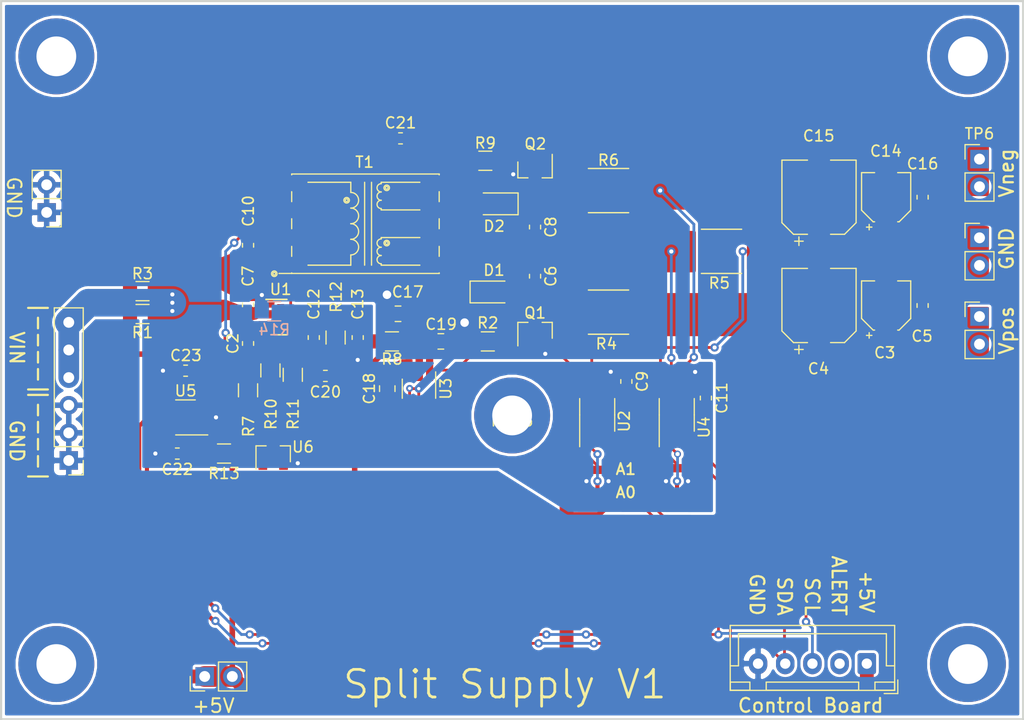
<source format=kicad_pcb>
(kicad_pcb (version 20171130) (host pcbnew "(5.1.5)-3")
  (layers (0 F.Cu signal) (31 B.Cu signal) (34 B.Paste user hide) (35 F.Paste user hide) (36 B.SilkS user hide) (37 F.SilkS user) (38 B.Mask user hide) (39 F.Mask user) (44 Edge.Cuts user))
  (net 0 "")
  (net 1 GND)
  (net 2 -5V)
  (net 3 +5V)
  (net 4 SCL)
  (net 5 SDA)
  (net 6 "Net-(C6-Pad2)")
  (net 7 "Net-(C17-Pad1)")
  (net 8 "Net-(C18-Pad1)")
  (net 9 "Net-(C18-Pad2)")
  (net 10 "Net-(JP1-Pad2)")
  (net 11 "Net-(JP2-Pad2)")
  (net 12 VIN)
  (net 13 Earth)
  (net 14 "Net-(C2-Pad2)")
  (net 15 VPOS)
  (net 16 GNDPWR)
  (net 17 "Net-(C8-Pad1)")
  (net 18 "Net-(C10-Pad2)")
  (net 19 "Net-(C12-Pad2)")
  (net 20 "Net-(C13-Pad2)")
  (net 21 VNEG)
  (net 22 "Net-(C20-Pad2)")
  (net 23 "Net-(D1-Pad1)")
  (net 24 "Net-(D2-Pad2)")
  (net 25 "Net-(JP3-Pad2)")
  (net 26 "Net-(JP4-Pad2)")
  (net 27 "Net-(Q1-Pad1)")
  (net 28 VGND)
  (net 29 "Net-(R10-Pad2)")
  (net 30 "Net-(Q2-Pad1)")
  (net 31 VADJ)
  (net 32 "Net-(T1-Pad1)")
  (net 33 VREF_2.5)
  (module "Rays Footprints:SolderJumper_3_Pad" (layer F.Cu) (at 128.4986 96.4438 180)
    (fp_text reference JP1 hide)
    (fp_text value Jumper)
    (pad 1 smd rect (at -1.016 0 180) (size 0.762 0.762) (layers F.Cu F.Paste F.Mask) (net 13 Earth))
    (pad 2 smd rect (at 0 0 180) (size 0.8636 0.762) (layers F.Cu F.Paste F.Mask) (net 10 "Net-(JP1-Pad2)"))
    (pad 3 smd rect (at 1.016 0 180) (size 0.762 0.762) (layers F.Cu F.Paste F.Mask) (net 3 +5V))
  )
  (module "Rays Footprints:SolderJumper_3_Pad" (layer F.Cu) (at 128.4986 98.552 180)
    (fp_text reference JP2 hide)
    (fp_text value Jumper)
    (pad 1 smd rect (at -1.016 0 180) (size 0.762 0.762) (layers F.Cu F.Paste F.Mask) (net 3 +5V))
    (pad 2 smd rect (at 0 0 180) (size 0.8636 0.762) (layers F.Cu F.Paste F.Mask) (net 11 "Net-(JP2-Pad2)"))
    (pad 3 smd rect (at 1.016 0 180) (size 0.762 0.762) (layers F.Cu F.Paste F.Mask) (net 13 Earth))
  )
  (module "Rays Footprints:SolderJumper_3_Pad" (layer F.Cu) (at 135.8138 96.2914 180)
    (fp_text reference JP3 hide)
    (fp_text value Jumper)
    (pad 1 smd rect (at -1.016 0 180) (size 0.762 0.762) (layers F.Cu F.Paste F.Mask) (net 13 Earth))
    (pad 2 smd rect (at 0 0 180) (size 0.8636 0.762) (layers F.Cu F.Paste F.Mask) (net 25 "Net-(JP3-Pad2)"))
    (pad 3 smd rect (at 1.016 0 180) (size 0.762 0.762) (layers F.Cu F.Paste F.Mask) (net 3 +5V))
  )
  (module "Rays Footprints:SolderJumper_3_Pad" (layer F.Cu) (at 135.8138 98.552 180)
    (fp_text reference JP4 hide)
    (fp_text value Jumper)
    (pad 1 smd rect (at -1.016 0 180) (size 0.762 0.762) (layers F.Cu F.Paste F.Mask) (net 3 +5V))
    (pad 2 smd rect (at 0 0 180) (size 0.8636 0.762) (layers F.Cu F.Paste F.Mask) (net 26 "Net-(JP4-Pad2)"))
    (pad 3 smd rect (at 1.016 0 180) (size 0.762 0.762) (layers F.Cu F.Paste F.Mask) (net 13 Earth))
  )
  (module Capacitor_SMD:CP_Elec_6.3x5.9 (layer F.Cu) (at 148.8694 71.374 90)
    (fp_text reference C15 (at 5.6388 -0.0254 180) (layer F.SilkS))
    (fp_text value 100u)
    (pad 1 smd roundrect (at -2.8 0 90) (size 3.5 1.6) (layers F.Cu F.Paste F.Mask) (roundrect_rratio 0.15625) (net 28 VGND))
    (pad 2 smd roundrect (at 2.8 0 90) (size 3.5 1.6) (layers F.Cu F.Paste F.Mask) (roundrect_rratio 0.15625) (net 21 VNEG))
  )
  (module "Rays Footprints:Mount-Hole-#6" (layer F.Cu) (at 120.65 91.44)
    (fp_text reference MTH5 (at 0 0.5) (layer F.SilkS))
    (fp_text value "Mount Hole")
    (pad 1 thru_hole circle (at 0 0) (size 6.985 6.985) (drill 3.6576) (layers *.Cu *.Mask))
  )
  (module "Rays Footprints:Mount-Hole-#6" (layer F.Cu) (at 78.74 114.3)
    (fp_text reference MTH3 hide)
    (fp_text value "Mount Hole")
    (pad 1 thru_hole circle (at 0 0) (size 6.985 6.985) (drill 3.6576) (layers *.Cu *.Mask))
  )
  (module "Rays Footprints:Mount-Hole-#6" (layer F.Cu) (at 78.74 58.42)
    (fp_text reference MTH1 hide)
    (fp_text value "Mount Hole")
    (pad 1 thru_hole circle (at 0 0) (size 6.985 6.985) (drill 3.6576) (layers *.Cu *.Mask))
  )
  (module "Rays Footprints:Mount-Hole-#6" (layer F.Cu) (at 162.56 58.42)
    (fp_text reference MTH2 hide)
    (fp_text value "Mount Hole")
    (pad 1 thru_hole circle (at 0 0) (size 6.985 6.985) (drill 3.6576) (layers *.Cu *.Mask))
  )
  (module "Rays Footprints:Mount-Hole-#6" (layer F.Cu) (at 162.56 114.3)
    (fp_text reference MTH4 hide)
    (fp_text value "Mount Hole")
    (pad 1 thru_hole circle (at 0 0) (size 6.985 6.985) (drill 3.6576) (layers *.Cu *.Mask))
  )
  (module "Rays Footprints:C_0805_HandSoldering" (layer F.Cu) (at 109.1692 88.9762 90)
    (fp_text reference C18 (at 0 -1.65 90) (layer F.SilkS))
    (fp_text value 1u/15V)
    (pad 1 smd roundrect (at -1.025 0 90) (size 1.15 1.4) (layers F.Cu F.Paste F.Mask) (roundrect_rratio 0.217) (net 8 "Net-(C18-Pad1)"))
    (pad 2 smd roundrect (at 1.025 0 90) (size 1.15 1.4) (layers F.Cu F.Paste F.Mask) (roundrect_rratio 0.217) (net 9 "Net-(C18-Pad2)"))
  )
  (module "Rays Footprints:C_0805_HandSoldering" (layer F.Cu) (at 114.0968 84.6328)
    (fp_text reference C19 (at 0.0254 -1.5748) (layer F.SilkS))
    (fp_text value 1u/15V)
    (pad 2 smd roundrect (at 1.025 0) (size 1.15 1.4) (layers F.Cu F.Paste F.Mask) (roundrect_rratio 0.217) (net 1 GND))
    (pad 1 smd roundrect (at -1.025 0) (size 1.15 1.4) (layers F.Cu F.Paste F.Mask) (roundrect_rratio 0.217) (net 2 -5V))
  )
  (module Package_TO_SOT_SMD:TSOT-23-6_HandSoldering (layer F.Cu) (at 112.109199 88.981601 270)
    (fp_text reference U3 (at 0 -2.45 90) (layer F.SilkS))
    (fp_text value MAX1719EUT)
    (pad 1 smd rect (at -1.71 -0.95 270) (size 2 0.65) (layers F.Cu F.Paste F.Mask) (net 2 -5V))
    (pad 2 smd rect (at -1.71 0 270) (size 2 0.65) (layers F.Cu F.Paste F.Mask) (net 7 "Net-(C17-Pad1)"))
    (pad 3 smd rect (at -1.71 0.95 270) (size 2 0.65) (layers F.Cu F.Paste F.Mask) (net 9 "Net-(C18-Pad2)"))
    (pad 4 smd rect (at 1.71 0.95 270) (size 2 0.65) (layers F.Cu F.Paste F.Mask) (net 1 GND))
    (pad 5 smd rect (at 1.71 0 270) (size 2 0.65) (layers F.Cu F.Paste F.Mask) (net 1 GND))
    (pad 6 smd rect (at 1.71 -0.95 270) (size 2 0.65) (layers F.Cu F.Paste F.Mask) (net 8 "Net-(C18-Pad1)"))
  )
  (module "Rays Footprints:C_0603_HandSoldering" (layer F.Cu) (at 96.3676 84.822 90)
    (fp_text reference C2 (at 0 -1.397 90) (layer F.SilkS))
    (fp_text value 1u)
    (pad 2 smd roundrect (at 0.875 0 90) (size 1.05 0.95) (layers F.Cu F.Paste F.Mask) (net 14 "Net-(C2-Pad2)"))
    (pad 1 smd roundrect (at -0.875 0 90) (size 1.05 0.95) (layers F.Cu F.Paste F.Mask) (net 13 Earth))
  )
  (module Capacitor_SMD:CP_Elec_4x4.5 (layer F.Cu) (at 155.0416 71.374 90)
    (fp_text reference C14 (at 4.2418 -0.0254 180) (layer F.SilkS))
    (fp_text value 10u)
    (pad 2 smd roundrect (at 1.8 0 90) (size 2.6 1.6) (layers F.Cu F.Paste F.Mask) (roundrect_rratio 0.15625) (net 21 VNEG))
    (pad 1 smd roundrect (at -1.8 0 90) (size 2.6 1.6) (layers F.Cu F.Paste F.Mask) (roundrect_rratio 0.15625) (net 28 VGND))
  )
  (module "Rays Footprints:C_0603_HandSoldering" (layer F.Cu) (at 131.1529 88.3158 270)
    (fp_text reference C9 (at 0 -1.4605 90) (layer F.SilkS))
    (fp_text value 0.1u)
    (pad 1 smd roundrect (at -0.875 0 270) (size 1.05 0.95) (layers F.Cu F.Paste F.Mask) (net 13 Earth))
    (pad 2 smd roundrect (at 0.875 0 270) (size 1.05 0.95) (layers F.Cu F.Paste F.Mask) (net 3 +5V))
  )
  (module "Rays Footprints:R_0805_HandSoldering" (layer F.Cu) (at 118.1862 68.0212)
    (fp_text reference R9 (at 0 -1.6256) (layer F.SilkS))
    (fp_text value 440)
    (pad 1 smd rect (at -1.15 0) (size 1.3 1.3) (layers F.Cu F.Paste F.Mask) (net 3 +5V))
    (pad 2 smd rect (at 1.15 0) (size 1.3 1.3) (layers F.Cu F.Paste F.Mask) (net 30 "Net-(Q2-Pad1)"))
  )
  (module "Rays Footprints:C_0805_HandSoldering" (layer F.Cu) (at 110.1598 82.0928 180)
    (fp_text reference C17 (at -0.889 2.0066) (layer F.SilkS))
    (fp_text value 0.1u)
    (pad 2 smd roundrect (at 1.025 0 180) (size 1.15 1.4) (layers F.Cu F.Paste F.Mask) (roundrect_rratio 0.217) (net 1 GND))
    (pad 1 smd roundrect (at -1.025 0 180) (size 1.15 1.4) (layers F.Cu F.Paste F.Mask) (roundrect_rratio 0.217) (net 7 "Net-(C17-Pad1)"))
  )
  (module Connector_PinHeader_2.54mm:PinHeader_1x06_P2.54mm_Vertical (layer F.Cu) (at 79.883 95.5802 180)
    (fp_text reference TP1 hide)
    (fp_text value "Input Power")
    (pad 1 thru_hole rect (at 0 0 180) (size 1.7 1.7) (drill 1) (layers *.Cu *.Mask) (net 1 GND))
    (pad 2 thru_hole oval (at 0 2.54 180) (size 1.7 1.7) (drill 1) (layers *.Cu *.Mask) (net 1 GND))
    (pad 3 thru_hole oval (at 0 5.08 180) (size 1.7 1.7) (drill 1) (layers *.Cu *.Mask) (net 1 GND))
    (pad 4 thru_hole oval (at 0 7.62 180) (size 1.7 1.7) (drill 1) (layers *.Cu *.Mask) (net 12 VIN))
    (pad 5 thru_hole oval (at 0 10.16 180) (size 1.7 1.7) (drill 1) (layers *.Cu *.Mask) (net 12 VIN))
    (pad 6 thru_hole oval (at 0 12.7 180) (size 1.7 1.7) (drill 1) (layers *.Cu *.Mask) (net 12 VIN))
  )
  (module "Rays Footprints:R_0805_HandSoldering" (layer F.Cu) (at 109.601 84.6328 180)
    (fp_text reference R8 (at 0 -1.6256) (layer F.SilkS))
    (fp_text value 0)
    (pad 1 smd rect (at -1.15 0 180) (size 1.3 1.3) (layers F.Cu F.Paste F.Mask) (net 7 "Net-(C17-Pad1)"))
    (pad 2 smd rect (at 1.15 0 180) (size 1.3 1.3) (layers F.Cu F.Paste F.Mask) (net 3 +5V))
  )
  (module "Rays Footprints:C_0603_HandSoldering" (layer F.Cu) (at 158.3944 71.374 270)
    (fp_text reference C16 (at -3.0734 0 180) (layer F.SilkS))
    (fp_text value 0.1u)
    (pad 1 smd roundrect (at -0.875 0 270) (size 1.05 0.95) (layers F.Cu F.Paste F.Mask) (net 21 VNEG))
    (pad 2 smd roundrect (at 0.875 0 270) (size 1.05 0.95) (layers F.Cu F.Paste F.Mask) (net 28 VGND))
  )
  (module Package_SO:VSSOP-10_3x3mm_P0.5mm (layer F.Cu) (at 128.4732 91.3892 90)
    (fp_text reference U2 (at -0.5842 2.4892 270) (layer F.SilkS))
    (fp_text value INA220)
    (pad 1 smd roundrect (at -2.2 -1 90) (size 1.45 0.3) (layers F.Cu F.Paste F.Mask) (net 10 "Net-(JP1-Pad2)"))
    (pad 2 smd roundrect (at -2.2 -0.5 90) (size 1.45 0.3) (layers F.Cu F.Paste F.Mask) (net 11 "Net-(JP2-Pad2)"))
    (pad 3 smd roundrect (at -2.2 0 90) (size 1.45 0.3) (layers F.Cu F.Paste F.Mask))
    (pad 4 smd roundrect (at -2.2 0.5 90) (size 1.45 0.3) (layers F.Cu F.Paste F.Mask) (net 5 SDA))
    (pad 5 smd roundrect (at -2.2 1 90) (size 1.45 0.3) (layers F.Cu F.Paste F.Mask) (net 4 SCL))
    (pad 6 smd roundrect (at 2.2 1 90) (size 1.45 0.3) (layers F.Cu F.Paste F.Mask) (net 3 +5V))
    (pad 7 smd roundrect (at 2.2 0.5 90) (size 1.45 0.3) (layers F.Cu F.Paste F.Mask) (net 13 Earth))
    (pad 8 smd roundrect (at 2.2 0 90) (size 1.45 0.3) (layers F.Cu F.Paste F.Mask) (net 15 VPOS))
    (pad 9 smd roundrect (at 2.2 -0.5 90) (size 1.45 0.3) (layers F.Cu F.Paste F.Mask) (net 15 VPOS))
    (pad 10 smd roundrect (at 2.2 -1 90) (size 1.45 0.3) (layers F.Cu F.Paste F.Mask) (net 6 "Net-(C6-Pad2)"))
  )
  (module Connector_JST:JST_XH_B5B-XH-A_1x05_P2.50mm_Vertical (layer F.Cu) (at 153.2636 114.2619 180)
    (fp_text reference TP3 hide)
    (fp_text value "Mount Hole")
    (pad 1 thru_hole roundrect (at 0 0 180) (size 1.7 1.95) (drill 0.95) (layers *.Cu *.Mask) (roundrect_rratio 0.147059) (net 3 +5V))
    (pad 2 thru_hole oval (at 2.5 0 180) (size 1.7 1.95) (drill 0.95) (layers *.Cu *.Mask))
    (pad 3 thru_hole oval (at 5 0 180) (size 1.7 1.95) (drill 0.95) (layers *.Cu *.Mask) (net 4 SCL))
    (pad 4 thru_hole oval (at 7.5 0 180) (size 1.7 1.95) (drill 0.95) (layers *.Cu *.Mask) (net 5 SDA))
    (pad 5 thru_hole oval (at 10 0 180) (size 1.7 1.95) (drill 0.95) (layers *.Cu *.Mask) (net 1 GND))
  )
  (module Connector_PinHeader_2.54mm:PinHeader_1x02_P2.54mm_Vertical (layer F.Cu) (at 77.851 72.771 180)
    (fp_text reference TP4 hide)
    (fp_text value "0.1\" Header")
    (pad 1 thru_hole rect (at 0 0 180) (size 1.7 1.7) (drill 1) (layers *.Cu *.Mask) (net 1 GND))
    (pad 2 thru_hole oval (at 0 2.54 180) (size 1.7 1.7) (drill 1) (layers *.Cu *.Mask) (net 1 GND))
  )
  (module Connector_PinHeader_2.54mm:PinHeader_1x02_P2.54mm_Vertical (layer F.Cu) (at 92.3798 115.443 90)
    (fp_text reference TP5 hide)
    (fp_text value "0.1\" Header")
    (pad 2 thru_hole oval (at 0 2.54 90) (size 1.7 1.7) (drill 1) (layers *.Cu *.Mask) (net 3 +5V))
    (pad 1 thru_hole rect (at 0 0 90) (size 1.7 1.7) (drill 1) (layers *.Cu *.Mask) (net 3 +5V))
  )
  (module Connector_PinHeader_2.54mm:PinHeader_1x02_P2.54mm_Vertical (layer F.Cu) (at 163.6268 75.1078)
    (fp_text reference TP2 hide)
    (fp_text value GND_OUT)
    (pad 1 thru_hole rect (at 0 0) (size 1.7 1.7) (drill 1) (layers *.Cu *.Mask) (net 28 VGND))
    (pad 2 thru_hole oval (at 0 2.54) (size 1.7 1.7) (drill 1) (layers *.Cu *.Mask) (net 28 VGND))
  )
  (module Connector_PinHeader_2.54mm:PinHeader_1x02_P2.54mm_Vertical (layer F.Cu) (at 163.6268 82.3468)
    (fp_text reference TP7 hide)
    (fp_text value VPOS_OUT)
    (pad 1 thru_hole rect (at 0 0) (size 1.7 1.7) (drill 1) (layers *.Cu *.Mask) (net 15 VPOS))
    (pad 2 thru_hole oval (at 0 2.54) (size 1.7 1.7) (drill 1) (layers *.Cu *.Mask) (net 15 VPOS))
  )
  (module Capacitor_SMD:CP_Elec_4x4.5 (layer F.Cu) (at 155.0416 81.3308 90)
    (fp_text reference C3 (at -4.3434 -0.127 180) (layer F.SilkS))
    (fp_text value 10u)
    (pad 1 smd roundrect (at -1.8 0 90) (size 2.6 1.6) (layers F.Cu F.Paste F.Mask) (roundrect_rratio 0.15625) (net 15 VPOS))
    (pad 2 smd roundrect (at 1.8 0 90) (size 2.6 1.6) (layers F.Cu F.Paste F.Mask) (roundrect_rratio 0.15625) (net 28 VGND))
  )
  (module Capacitor_SMD:CP_Elec_6.3x5.9 (layer F.Cu) (at 148.8694 81.3308 90)
    (fp_text reference C4 (at -5.8166 -0.0508 180) (layer F.SilkS))
    (fp_text value 100u)
    (pad 1 smd roundrect (at -2.8 0 90) (size 3.5 1.6) (layers F.Cu F.Paste F.Mask) (roundrect_rratio 0.15625) (net 15 VPOS))
    (pad 2 smd roundrect (at 2.8 0 90) (size 3.5 1.6) (layers F.Cu F.Paste F.Mask) (roundrect_rratio 0.15625) (net 28 VGND))
  )
  (module "Rays Footprints:C_0603_HandSoldering" (layer F.Cu) (at 158.3944 81.3308 270)
    (fp_text reference C5 (at 2.8194 0.0508 180) (layer F.SilkS))
    (fp_text value 0.1u)
    (pad 2 smd roundrect (at 0.875 0 270) (size 1.05 0.95) (layers F.Cu F.Paste F.Mask) (net 15 VPOS))
    (pad 1 smd roundrect (at -0.875 0 270) (size 1.05 0.95) (layers F.Cu F.Paste F.Mask) (net 28 VGND))
  )
  (module "Rays Footprints:C_0603_HandSoldering" (layer F.Cu) (at 122.7582 78.6384 270)
    (fp_text reference C6 (at 0 -1.4478 90) (layer F.SilkS))
    (fp_text value 4.7u)
    (pad 1 smd roundrect (at -0.875 0 270) (size 1.05 0.95) (layers F.Cu F.Paste F.Mask) (net 16 GNDPWR))
    (pad 2 smd roundrect (at 0.875 0 270) (size 1.05 0.95) (layers F.Cu F.Paste F.Mask) (net 6 "Net-(C6-Pad2)"))
  )
  (module "Rays Footprints:C_0603_HandSoldering" (layer F.Cu) (at 96.3676 81.2686 270)
    (fp_text reference C7 (at -2.6302 0 90) (layer F.SilkS))
    (fp_text value 1u)
    (pad 1 smd roundrect (at -0.875 0 270) (size 1.05 0.95) (layers F.Cu F.Paste F.Mask) (net 1 GND))
    (pad 2 smd roundrect (at 0.875 0 270) (size 1.05 0.95) (layers F.Cu F.Paste F.Mask) (net 12 VIN))
  )
  (module "Rays Footprints:C_0603_HandSoldering" (layer F.Cu) (at 122.7582 74.1172 270)
    (fp_text reference C8 (at 0 -1.4478 90) (layer F.SilkS))
    (fp_text value 4.7u)
    (pad 2 smd roundrect (at 0.875 0 270) (size 1.05 0.95) (layers F.Cu F.Paste F.Mask) (net 16 GNDPWR))
    (pad 1 smd roundrect (at -0.875 0 270) (size 1.05 0.95) (layers F.Cu F.Paste F.Mask) (net 17 "Net-(C8-Pad1)"))
  )
  (module "Rays Footprints:C_0603_HandSoldering" (layer F.Cu) (at 96.3676 75.7936 90)
    (fp_text reference C10 (at 3.1496 0.0254 90) (layer F.SilkS))
    (fp_text value 22u)
    (pad 2 smd roundrect (at 0.875 0 90) (size 1.05 0.95) (layers F.Cu F.Paste F.Mask) (net 18 "Net-(C10-Pad2)"))
    (pad 1 smd roundrect (at -0.875 0 90) (size 1.05 0.95) (layers F.Cu F.Paste F.Mask) (net 1 GND))
  )
  (module "Rays Footprints:C_0603_HandSoldering" (layer F.Cu) (at 138.4681 89.8398 270)
    (fp_text reference C11 (at 0 -1.4605 90) (layer F.SilkS))
    (fp_text value 0.1u)
    (pad 1 smd roundrect (at -0.875 0 270) (size 1.05 0.95) (layers F.Cu F.Paste F.Mask) (net 13 Earth))
    (pad 2 smd roundrect (at 0.875 0 270) (size 1.05 0.95) (layers F.Cu F.Paste F.Mask) (net 3 +5V))
  )
  (module "Rays Footprints:C_0603_HandSoldering" (layer F.Cu) (at 102.4128 84.2772 90)
    (fp_text reference C12 (at 3.0734 0 90) (layer F.SilkS))
    (fp_text value 33n)
    (pad 2 smd roundrect (at 0.875 0 90) (size 1.05 0.95) (layers F.Cu F.Paste F.Mask) (net 19 "Net-(C12-Pad2)"))
    (pad 1 smd roundrect (at -0.875 0 90) (size 1.05 0.95) (layers F.Cu F.Paste F.Mask) (net 13 Earth))
  )
  (module "Rays Footprints:C_0603_HandSoldering" (layer F.Cu) (at 106.4514 84.2772 90)
    (fp_text reference C13 (at 3.0734 0 90) (layer F.SilkS))
    (fp_text value 680p)
    (pad 1 smd roundrect (at -0.875 0 90) (size 1.05 0.95) (layers F.Cu F.Paste F.Mask) (net 13 Earth))
    (pad 2 smd roundrect (at 0.875 0 90) (size 1.05 0.95) (layers F.Cu F.Paste F.Mask) (net 20 "Net-(C13-Pad2)"))
  )
  (module "Rays Footprints:C_0603_HandSoldering" (layer F.Cu) (at 103.4796 87.8078)
    (fp_text reference C20 (at 0 1.4732) (layer F.SilkS))
    (fp_text value 33n)
    (pad 2 smd roundrect (at 0.875 0) (size 1.05 0.95) (layers F.Cu F.Paste F.Mask) (net 22 "Net-(C20-Pad2)"))
    (pad 1 smd roundrect (at -0.875 0) (size 1.05 0.95) (layers F.Cu F.Paste F.Mask) (net 13 Earth))
  )
  (module "Rays Footprints:C_0603_HandSoldering" (layer F.Cu) (at 110.3884 65.9638)
    (fp_text reference C21 (at 0 -1.43) (layer F.SilkS))
    (fp_text value 1n)
    (pad 1 smd roundrect (at -0.875 0) (size 1.05 0.95) (layers F.Cu F.Paste F.Mask) (net 16 GNDPWR))
    (pad 2 smd roundrect (at 0.875 0) (size 1.05 0.95) (layers F.Cu F.Paste F.Mask) (net 1 GND))
  )
  (module Diode_SMD:D_PowerDI-123 (layer F.Cu) (at 118.9854 80.0862)
    (fp_text reference D1 (at 0 -2) (layer F.SilkS))
    (fp_text value DFLS1200-7)
    (pad 2 smd rect (at 1.525 0 180) (size 1.05 1.5) (layers F.Cu F.Paste F.Mask) (net 6 "Net-(C6-Pad2)"))
    (pad 1 smd rect (at -0.85 0 180) (size 2.4 1.5) (layers F.Cu F.Paste F.Mask) (net 23 "Net-(D1-Pad1)"))
  )
  (module Diode_SMD:D_PowerDI-123 (layer F.Cu) (at 118.999 71.9836 180)
    (fp_text reference D2 (at 0 -2.0574) (layer F.SilkS))
    (fp_text value DFLS1200-7)
    (pad 1 smd rect (at -0.85 0) (size 2.4 1.5) (layers F.Cu F.Paste F.Mask) (net 17 "Net-(C8-Pad1)"))
    (pad 2 smd rect (at 1.525 0) (size 1.05 1.5) (layers F.Cu F.Paste F.Mask) (net 24 "Net-(D2-Pad2)"))
  )
  (module "Rays Footprints:R_0805_HandSoldering" (layer F.Cu) (at 86.6648 82.1182 180)
    (fp_text reference R1 (at 0 -1.7) (layer F.SilkS))
    (fp_text value 0)
    (pad 1 smd rect (at -1.15 0 180) (size 1.3 1.3) (layers F.Cu F.Paste F.Mask) (net 12 VIN))
    (pad 2 smd rect (at 1.15 0 180) (size 1.3 1.3) (layers F.Cu F.Paste F.Mask) (net 3 +5V))
  )
  (module "Rays Footprints:R_0805_HandSoldering" (layer F.Cu) (at 118.4148 84.6328)
    (fp_text reference R2 (at 0 -1.7) (layer F.SilkS))
    (fp_text value 440)
    (pad 1 smd rect (at -1.15 0) (size 1.3 1.3) (layers F.Cu F.Paste F.Mask) (net 2 -5V))
    (pad 2 smd rect (at 1.15 0) (size 1.3 1.3) (layers F.Cu F.Paste F.Mask) (net 27 "Net-(Q1-Pad1)"))
  )
  (module "Rays Footprints:R_0805_HandSoldering" (layer F.Cu) (at 86.6648 80.01 180)
    (fp_text reference R3 (at 0 1.602) (layer F.SilkS))
    (fp_text value 0)
    (pad 2 smd rect (at 1.15 0 180) (size 1.3 1.3) (layers F.Cu F.Paste F.Mask) (net 3 +5V))
    (pad 1 smd rect (at -1.15 0 180) (size 1.3 1.3) (layers F.Cu F.Paste F.Mask) (net 12 VIN))
  )
  (module "Rays Footprints:R_2512_HandSoldering" (layer F.Cu) (at 129.5146 81.9404 180)
    (fp_text reference R4 (at 0.2032 -2.921 180) (layer F.SilkS))
    (fp_text value 0.1)
    (pad 2 smd rect (at 3.375 0 180) (size 2 3.5) (layers F.Cu F.Paste F.Mask) (net 6 "Net-(C6-Pad2)"))
    (pad 1 smd rect (at -3.375 0 180) (size 2 3.5) (layers F.Cu F.Paste F.Mask) (net 15 VPOS))
  )
  (module "Rays Footprints:R_2512_HandSoldering" (layer F.Cu) (at 139.9032 76.3524 180)
    (fp_text reference R5 (at 0.2032 -2.921 180) (layer F.SilkS))
    (fp_text value 0.1)
    (pad 2 smd rect (at 3.375 0 180) (size 2 3.5) (layers F.Cu F.Paste F.Mask) (net 16 GNDPWR))
    (pad 1 smd rect (at -3.375 0 180) (size 2 3.5) (layers F.Cu F.Paste F.Mask) (net 28 VGND))
  )
  (module "Rays Footprints:R_2512_HandSoldering" (layer F.Cu) (at 129.5146 70.7644 180)
    (fp_text reference R6 (at 0 2.794 180) (layer F.SilkS))
    (fp_text value 0.1)
    (pad 1 smd rect (at -3.375 0 180) (size 2 3.5) (layers F.Cu F.Paste F.Mask) (net 21 VNEG))
    (pad 2 smd rect (at 3.375 0 180) (size 2 3.5) (layers F.Cu F.Paste F.Mask) (net 17 "Net-(C8-Pad1)"))
  )
  (module "Rays Footprints:R_0805_HandSoldering" (layer F.Cu) (at 96.3676 89.1286 270)
    (fp_text reference R7 (at 3.3274 -0.0508 90) (layer F.SilkS))
    (fp_text value 90.9k)
    (pad 1 smd rect (at -1.15 0 270) (size 1.3 1.3) (layers F.Cu F.Paste F.Mask) (net 29 "Net-(R10-Pad2)"))
    (pad 2 smd rect (at 1.15 0 270) (size 1.3 1.3) (layers F.Cu F.Paste F.Mask) (net 18 "Net-(C10-Pad2)"))
  )
  (module "Rays Footprints:R_0805_HandSoldering" (layer F.Cu) (at 98.425 87.2998 90)
    (fp_text reference R10 (at -4.0132 0.0508 90) (layer F.SilkS))
    (fp_text value 10.5k)
    (pad 1 smd rect (at -1.15 0 90) (size 1.3 1.3) (layers F.Cu F.Paste F.Mask) (net 13 Earth))
    (pad 2 smd rect (at 1.15 0 90) (size 1.3 1.3) (layers F.Cu F.Paste F.Mask) (net 29 "Net-(R10-Pad2)"))
  )
  (module "Rays Footprints:R_0805_HandSoldering" (layer F.Cu) (at 100.4824 87.7062 270)
    (fp_text reference R11 (at 3.6068 -0.0254 90) (layer F.SilkS))
    (fp_text value 10k)
    (pad 2 smd rect (at 1.15 0 270) (size 1.3 1.3) (layers F.Cu F.Paste F.Mask) (net 31 VADJ))
    (pad 1 smd rect (at -1.15 0 270) (size 1.3 1.3) (layers F.Cu F.Paste F.Mask) (net 29 "Net-(R10-Pad2)"))
  )
  (module "Rays Footprints:R_0805_HandSoldering" (layer F.Cu) (at 104.4194 84.2772 90)
    (fp_text reference R12 (at 3.7338 0.0508 90) (layer F.SilkS))
    (fp_text value 4.75k)
    (pad 2 smd rect (at 1.15 0 90) (size 1.3 1.3) (layers F.Cu F.Paste F.Mask) (net 20 "Net-(C13-Pad2)"))
    (pad 1 smd rect (at -1.15 0 90) (size 1.3 1.3) (layers F.Cu F.Paste F.Mask) (net 22 "Net-(C20-Pad2)"))
  )
  (module Connector_PinHeader_2.54mm:PinHeader_1x02_P2.54mm_Vertical (layer F.Cu) (at 163.6268 67.8688)
    (fp_text reference TP6 (at 0 -2.33) (layer F.SilkS))
    (fp_text value VNEG_OUT)
    (pad 1 thru_hole rect (at 0 0) (size 1.7 1.7) (drill 1) (layers *.Cu *.Mask) (net 21 VNEG))
    (pad 2 thru_hole oval (at 0 2.54) (size 1.7 1.7) (drill 1) (layers *.Cu *.Mask) (net 21 VNEG))
  )
  (module Package_DFN_QFN:DFN-10-1EP_2x3mm_P0.5mm_EP0.64x2.4mm (layer F.Cu) (at 99.3648 82.3976)
    (fp_text reference U1 (at 0 -2.55) (layer F.SilkS))
    (fp_text value MAX17686)
    (pad 1 smd rect (at -0.925 -1) (size 0.7 0.25) (layers F.Cu F.Paste F.Mask) (net 1 GND))
    (pad 2 smd rect (at -0.925 -0.5) (size 0.7 0.25) (layers F.Cu F.Paste F.Mask) (net 12 VIN))
    (pad 3 smd rect (at -0.925 0) (size 0.7 0.25) (layers F.Cu F.Paste F.Mask) (net 12 VIN))
    (pad 4 smd rect (at -0.925 0.5) (size 0.7 0.25) (layers F.Cu F.Paste F.Mask) (net 14 "Net-(C2-Pad2)"))
    (pad 5 smd rect (at -0.925 1) (size 0.7 0.25) (layers F.Cu F.Paste F.Mask) (net 29 "Net-(R10-Pad2)"))
    (pad 6 smd rect (at 0.925 1) (size 0.7 0.25) (layers F.Cu F.Paste F.Mask) (net 19 "Net-(C12-Pad2)"))
    (pad 7 smd rect (at 0.925 0.5) (size 0.7 0.25) (layers F.Cu F.Paste F.Mask) (net 20 "Net-(C13-Pad2)"))
    (pad 8 smd rect (at 0.925 0) (size 0.7 0.25) (layers F.Cu F.Paste F.Mask))
    (pad 9 smd rect (at 0.925 -0.5) (size 0.7 0.25) (layers F.Cu F.Paste F.Mask) (net 13 Earth))
    (pad 10 smd rect (at 0.925 -1) (size 0.7 0.25) (layers F.Cu F.Paste F.Mask) (net 32 "Net-(T1-Pad1)"))
    (pad 11 smd rect (at 0 0) (size 0.64 2.4) (layers F.Cu F.Mask) (net 13 Earth))
  )
  (module Package_SO:VSSOP-10_3x3mm_P0.5mm (layer F.Cu) (at 135.7884 91.3892 90)
    (fp_text reference U4 (at -1.143 2.5146 90) (layer F.SilkS))
    (fp_text value INA220)
    (pad 1 smd roundrect (at -2.2 -1 90) (size 1.45 0.3) (layers F.Cu F.Paste F.Mask) (net 25 "Net-(JP3-Pad2)"))
    (pad 2 smd roundrect (at -2.2 -0.5 90) (size 1.45 0.3) (layers F.Cu F.Paste F.Mask) (net 26 "Net-(JP4-Pad2)"))
    (pad 3 smd roundrect (at -2.2 0 90) (size 1.45 0.3) (layers F.Cu F.Paste F.Mask))
    (pad 4 smd roundrect (at -2.2 0.5 90) (size 1.45 0.3) (layers F.Cu F.Paste F.Mask) (net 5 SDA))
    (pad 5 smd roundrect (at -2.2 1 90) (size 1.45 0.3) (layers F.Cu F.Paste F.Mask) (net 4 SCL))
    (pad 6 smd roundrect (at 2.2 1 90) (size 1.45 0.3) (layers F.Cu F.Paste F.Mask) (net 3 +5V))
    (pad 7 smd roundrect (at 2.2 0.5 90) (size 1.45 0.3) (layers F.Cu F.Paste F.Mask) (net 13 Earth))
    (pad 8 smd roundrect (at 2.2 0 90) (size 1.45 0.3) (layers F.Cu F.Paste F.Mask) (net 21 VNEG))
    (pad 9 smd roundrect (at 2.2 -0.5 90) (size 1.45 0.3) (layers F.Cu F.Paste F.Mask) (net 16 GNDPWR))
    (pad 10 smd roundrect (at 2.2 -1 90) (size 1.45 0.3) (layers F.Cu F.Paste F.Mask) (net 28 VGND))
  )
  (module "Rays Footprints:Wurth-750342557" (layer F.Cu) (at 107.0864 73.8124)
    (fp_text reference T1 (at 0 -5.6642) (layer F.SilkS))
    (fp_text value Wurth-750342557)
    (pad 1 smd rect (at -6.7818 3.7338) (size 2.032 1.0668) (layers F.Cu F.Paste F.Mask) (net 32 "Net-(T1-Pad1)"))
    (pad 2 smd rect (at -6.7818 1.2446) (size 2.032 1.0668) (layers F.Cu F.Paste F.Mask))
    (pad 3 smd rect (at -6.7818 -1.2446) (size 2.032 1.0668) (layers F.Cu F.Paste F.Mask))
    (pad 4 smd rect (at -6.7818 -3.7338) (size 2.032 1.0668) (layers F.Cu F.Paste F.Mask) (net 18 "Net-(C10-Pad2)"))
    (pad 5 smd rect (at 6.7818 -3.7338) (size 2.032 1.0668) (layers F.Cu F.Paste F.Mask) (net 24 "Net-(D2-Pad2)"))
    (pad 6 smd rect (at 6.7818 -1.2446) (size 2.032 1.0668) (layers F.Cu F.Paste F.Mask) (net 16 GNDPWR))
    (pad 7 smd rect (at 6.7818 1.2446) (size 2.032 1.0668) (layers F.Cu F.Paste F.Mask) (net 16 GNDPWR))
    (pad 8 smd rect (at 6.7818 3.7338) (size 2.032 1.0668) (layers F.Cu F.Paste F.Mask) (net 23 "Net-(D1-Pad1)"))
  )
  (module Package_TO_SOT_SMD:SOT-23 (layer F.Cu) (at 122.7582 83.6422 90)
    (fp_text reference Q1 (at 1.6256 0 180) (layer F.SilkS))
    (fp_text value 2N3904)
    (pad 3 smd rect (at 1 0 90) (size 0.9 0.8) (layers F.Cu F.Paste F.Mask) (net 6 "Net-(C6-Pad2)"))
    (pad 2 smd rect (at -1 0.95 90) (size 0.9 0.8) (layers F.Cu F.Paste F.Mask) (net 1 GND))
    (pad 1 smd rect (at -1 -0.95 90) (size 0.9 0.8) (layers F.Cu F.Paste F.Mask) (net 27 "Net-(Q1-Pad1)"))
  )
  (module Package_TO_SOT_SMD:SOT-23 (layer F.Cu) (at 122.7582 68.834 270)
    (fp_text reference Q2 (at -2.3622 -0.0254 180) (layer F.SilkS))
    (fp_text value 2N3906)
    (pad 3 smd rect (at 1 0 270) (size 0.9 0.8) (layers F.Cu F.Paste F.Mask) (net 17 "Net-(C8-Pad1)"))
    (pad 2 smd rect (at -1 0.95 270) (size 0.9 0.8) (layers F.Cu F.Paste F.Mask) (net 1 GND))
    (pad 1 smd rect (at -1 -0.95 270) (size 0.9 0.8) (layers F.Cu F.Paste F.Mask) (net 30 "Net-(Q2-Pad1)"))
  )
  (module "Rays Footprints:C_0603_HandSoldering" (layer F.Cu) (at 89.8652 94.9452)
    (fp_text reference C22 (at 0 1.4478) (layer F.SilkS))
    (fp_text value 0.1u)
    (pad 2 smd roundrect (at 0.875 0) (size 1.05 0.95) (layers F.Cu F.Paste F.Mask) (net 33 VREF_2.5))
    (pad 1 smd roundrect (at -0.875 0) (size 1.05 0.95) (layers F.Cu F.Paste F.Mask) (net 13 Earth))
  )
  (module "Rays Footprints:C_0603_HandSoldering" (layer F.Cu) (at 90.6272 87.3252)
    (fp_text reference C23 (at 0.0254 -1.397) (layer F.SilkS))
    (fp_text value 0.1u)
    (pad 1 smd roundrect (at -0.875 0) (size 1.05 0.95) (layers F.Cu F.Paste F.Mask) (net 13 Earth))
    (pad 2 smd roundrect (at 0.875 0) (size 1.05 0.95) (layers F.Cu F.Paste F.Mask) (net 3 +5V))
  )
  (module "Rays Footprints:R_0805_HandSoldering" (layer F.Cu) (at 94.1578 94.9452)
    (fp_text reference R13 (at 0 1.8288) (layer F.SilkS))
    (fp_text value 25k)
    (pad 1 smd rect (at -1.15 0) (size 1.3 1.3) (layers F.Cu F.Paste F.Mask) (net 33 VREF_2.5))
    (pad 2 smd rect (at 1.15 0) (size 1.3 1.3) (layers F.Cu F.Paste F.Mask) (net 3 +5V))
  )
  (module Package_TO_SOT_SMD:SOT-23-6_Handsoldering (layer F.Cu) (at 90.615199 91.621599 180)
    (fp_text reference U5 (at -0.012001 2.442199) (layer F.SilkS))
    (fp_text value MCP4716AxT-ECH)
    (pad 1 smd rect (at -1.35 -0.95 180) (size 1.56 0.65) (layers F.Cu F.Paste F.Mask) (net 31 VADJ))
    (pad 2 smd rect (at -1.35 0 180) (size 1.56 0.65) (layers F.Cu F.Paste F.Mask) (net 13 Earth))
    (pad 3 smd rect (at -1.35 0.95 180) (size 1.56 0.65) (layers F.Cu F.Paste F.Mask) (net 3 +5V))
    (pad 4 smd rect (at 1.35 0.95 180) (size 1.56 0.65) (layers F.Cu F.Paste F.Mask) (net 5 SDA))
    (pad 6 smd rect (at 1.35 -0.95 180) (size 1.56 0.65) (layers F.Cu F.Paste F.Mask) (net 33 VREF_2.5))
    (pad 5 smd rect (at 1.35 0 180) (size 1.56 0.65) (layers F.Cu F.Paste F.Mask) (net 4 SCL))
  )
  (module Package_TO_SOT_SMD:SOT-23 (layer F.Cu) (at 98.679 94.996 90)
    (fp_text reference U6 (at 0.6604 2.7432 180) (layer F.SilkS))
    (fp_text value LM4040DBZ-2.5)
    (pad 1 smd rect (at -1 -0.95 90) (size 0.9 0.8) (layers F.Cu F.Paste F.Mask) (net 33 VREF_2.5))
    (pad 2 smd rect (at -1 0.95 90) (size 0.9 0.8) (layers F.Cu F.Paste F.Mask) (net 13 Earth))
    (pad 3 smd rect (at 1 0 90) (size 0.9 0.8) (layers F.Cu F.Paste F.Mask))
  )
  (module "Rays Footprints:R_0805_HandSoldering" (layer B.Cu) (at 98.7806 81.8642)
    (fp_text reference R14 (at 0 1.7) (layer B.SilkS) (effects (justify mirror)))
    (fp_text value 0)
    (pad 1 smd rect (at -1.15 0) (size 1.3 1.3) (layers B.Cu B.Paste B.Mask) (net 1 GND))
    (pad 2 smd rect (at 1.15 0) (size 1.3 1.3) (layers B.Cu B.Paste B.Mask) (net 13 Earth))
  )
  (gr_text Vpos (at 166.116 81.28 90) (layer F.SilkS) (effects (font (size 1.27 1.27) (thickness 0.2032)) (justify right)))
  (gr_text GND (at 166.116 74.041 90) (layer F.SilkS) (effects (font (size 1.27 1.27) (thickness 0.2032)) (justify right)))
  (gr_text Vneg (at 166.116 66.7766 90) (layer F.SilkS) (effects (font (size 1.27 1.27) (thickness 0.2032)) (justify right)))
  (gr_text +5V (at 95.25 118.1354) (layer F.SilkS) (effects (font (size 1.27 1.27) (thickness 0.1778)) (justify right)))
  (gr_text GND (at 74.8538 73.4695 270) (layer F.SilkS) (effects (font (size 1.27 1.27) (thickness 0.1778)) (justify right)))
  (gr_text "Control Board" (at 154.9146 118.11) (layer F.SilkS) (effects (font (size 1.27 1.27) (thickness 0.2032)) (justify right)))
  (gr_text A0 (at 132.1435 98.5139) (layer F.SilkS) (effects (font (size 1.016 1.016) (thickness 0.1778)) (justify right)))
  (gr_text A1 (at 132.1435 96.3803) (layer F.SilkS) (effects (font (size 1.016 1.016) (thickness 0.1778)) (justify right)))
  (gr_text GND (at 143.1544 109.982 270) (layer F.SilkS) (effects (font (size 1.27 1.27) (thickness 0.2032)) (justify right)))
  (gr_text ALERT (at 150.6982 109.982 270) (layer F.SilkS) (effects (font (size 1.27 1.27) (thickness 0.2032)) (justify right)))
  (gr_text "|----|\nGND  " (at 76.1238 97.79 270) (layer F.SilkS) (effects (font (size 1.27 1.27) (thickness 0.2032)) (justify right)))
  (gr_text "|----|\nVIN   " (at 76.1238 89.789 270) (layer F.SilkS) (effects (font (size 1.27 1.27) (thickness 0.2032)) (justify right)))
  (gr_text SCL (at 148.2344 109.982 270) (layer F.SilkS) (effects (font (size 1.27 1.27) (thickness 0.2032)) (justify right)))
  (gr_text SDA (at 145.6944 109.982 270) (layer F.SilkS) (effects (font (size 1.27 1.27) (thickness 0.2032)) (justify right)))
  (gr_text +5V (at 153.2382 109.728 270) (layer F.SilkS) (effects (font (size 1.27 1.27) (thickness 0.2032)) (justify right)))
  (gr_text "Split Supply V1" (at 119.9769 116.1669) (layer F.SilkS) (effects (font (size 2.54 2.54) (thickness 0.254))))
  (gr_line (start 167.64 53.34) (end 73.66 53.34) (layer Edge.Cuts) (width 0.2))
  (gr_line (start 167.64 119.38) (end 167.64 53.34) (layer Edge.Cuts) (width 0.2))
  (gr_line (start 73.66 119.38) (end 167.64 119.38) (layer Edge.Cuts) (width 0.2))
  (gr_line (start 73.66 53.34) (end 73.66 119.38) (layer Edge.Cuts) (width 0.2))
  (via (at 112.0648 88.976194) (size 0.635) (drill 0.3048) (layers F.Cu B.Cu) (net 1))
  (segment (start 112.0648 89.425206) (end 112.0648 88.976194) (width 0.254) (layer F.Cu) (net 1))
  (segment (start 112.0648 90.365) (end 112.0648 89.425206) (width 0.254) (layer F.Cu) (net 1))
  (segment (start 98.4398 80.3936) (end 98.4398 81.3976) (width 0.254) (layer F.Cu) (net 1))
  (segment (start 97.8148 80.3936) (end 98.4398 80.3936) (width 0.254) (layer F.Cu) (net 1))
  (segment (start 96.3676 80.3936) (end 96.3676 76.6686) (width 0.254) (layer F.Cu) (net 1))
  (via (at 97.6376 80.3656) (size 0.762) (drill 0.381) (layers F.Cu B.Cu) (net 1))
  (segment (start 97.6096 80.3936) (end 97.6376 80.3656) (width 0.254) (layer F.Cu) (net 1))
  (segment (start 97.6096 80.3936) (end 97.8148 80.3936) (width 0.254) (layer F.Cu) (net 1))
  (segment (start 96.3676 80.3936) (end 97.6096 80.3936) (width 0.254) (layer F.Cu) (net 1))
  (segment (start 109.1348 82.0928) (end 109.1348 80.349194) (width 0.508) (layer F.Cu) (net 1))
  (via (at 109.143794 80.3402) (size 1.524) (drill 0.7874) (layers F.Cu B.Cu) (net 1))
  (segment (start 109.1348 80.349194) (end 109.143794 80.3402) (width 0.508) (layer F.Cu) (net 1))
  (via (at 116.2812 82.9056) (size 1.524) (drill 0.7874) (layers F.Cu B.Cu) (net 1))
  (segment (start 116.149 82.9056) (end 116.2812 82.9056) (width 0.508) (layer F.Cu) (net 1))
  (segment (start 115.1218 83.9328) (end 116.149 82.9056) (width 0.508) (layer F.Cu) (net 1))
  (segment (start 115.1218 84.6328) (end 115.1218 83.9328) (width 0.508) (layer F.Cu) (net 1))
  (segment (start 123.7082 84.6422) (end 123.7082 85.7656) (width 0.254) (layer F.Cu) (net 1))
  (segment (start 123.7082 85.7656) (end 123.698 85.7758) (width 0.254) (layer F.Cu) (net 1))
  (via (at 123.698 85.7758) (size 0.762) (drill 0.381) (layers F.Cu B.Cu) (net 1))
  (segment (start 95.5828 80.3936) (end 96.3676 80.3936) (width 0.254) (layer F.Cu) (net 1))
  (segment (start 92.456 79.5308) (end 94.72 79.5308) (width 0.254) (layer F.Cu) (net 1))
  (segment (start 94.72 79.5308) (end 95.5828 80.3936) (width 0.254) (layer F.Cu) (net 1))
  (segment (start 111.2266 89.399812) (end 111.2266 88.9508) (width 0.254) (layer F.Cu) (net 1))
  (segment (start 111.251994 88.976194) (end 111.2266 88.9508) (width 0.254) (layer F.Cu) (net 1))
  (segment (start 112.0648 88.976194) (end 111.251994 88.976194) (width 0.254) (layer F.Cu) (net 1))
  (segment (start 111.2266 90.6242) (end 111.2266 89.399812) (width 0.254) (layer F.Cu) (net 1))
  (segment (start 111.1758 90.675) (end 111.2266 90.6242) (width 0.254) (layer F.Cu) (net 1))
  (via (at 111.2266 88.9508) (size 0.635) (drill 0.3048) (layers F.Cu B.Cu) (net 1))
  (segment (start 116.2812 84.759794) (end 116.2812 82.9056) (width 0.762) (layer B.Cu) (net 1))
  (segment (start 112.0648 88.976194) (end 116.2812 84.759794) (width 0.762) (layer B.Cu) (net 1))
  (segment (start 97.6376 80.3656) (end 97.6376 81.8572) (width 1.27) (layer B.Cu) (net 1))
  (via (at 120.751594 69.2658) (size 0.762) (drill 0.381) (layers F.Cu B.Cu) (net 1))
  (segment (start 121.8082 68.209194) (end 120.751594 69.2658) (width 0.508) (layer F.Cu) (net 1))
  (segment (start 121.8082 67.834) (end 121.8082 68.209194) (width 0.508) (layer F.Cu) (net 1))
  (segment (start 113.0718 87.259) (end 113.059199 87.271601) (width 0.635) (layer F.Cu) (net 2))
  (segment (start 113.0718 84.6328) (end 113.0718 87.259) (width 0.635) (layer F.Cu) (net 2))
  (segment (start 117.2648 85.5368) (end 117.2648 84.6328) (width 0.254) (layer F.Cu) (net 2))
  (segment (start 113.059199 87.271601) (end 115.529999 87.271601) (width 0.254) (layer F.Cu) (net 2))
  (segment (start 115.529999 87.271601) (end 117.2648 85.5368) (width 0.254) (layer F.Cu) (net 2))
  (segment (start 93.717719 115.443) (end 92.3798 115.443) (width 1.905) (layer F.Cu) (net 3))
  (segment (start 94.9198 115.443) (end 93.717719 115.443) (width 1.905) (layer F.Cu) (net 3))
  (segment (start 129.5146 98.552) (end 129.5146 98.679) (width 0.254) (layer F.Cu) (net 3))
  (segment (start 131.1529 89.1908) (end 129.4748 89.1908) (width 0.254) (layer F.Cu) (net 3))
  (segment (start 91.965199 87.788199) (end 91.5022 87.3252) (width 0.508) (layer F.Cu) (net 3))
  (segment (start 91.965199 90.671599) (end 91.965199 87.788199) (width 0.508) (layer F.Cu) (net 3))
  (segment (start 85.5148 82.1182) (end 85.5218 82.1252) (width 0.254) (layer F.Cu) (net 3))
  (segment (start 153.2636 116.1034) (end 153.2636 114.2619) (width 1.27) (layer F.Cu) (net 3))
  (segment (start 152.146 117.221) (end 153.2636 116.1034) (width 1.27) (layer F.Cu) (net 3))
  (segment (start 138.2268 117.221) (end 152.146 117.221) (width 1.27) (layer F.Cu) (net 3))
  (segment (start 96.6978 117.221) (end 138.2268 117.221) (width 1.27) (layer F.Cu) (net 3))
  (segment (start 94.9198 115.443) (end 96.6978 117.221) (width 1.27) (layer F.Cu) (net 3))
  (segment (start 91.5022 87.3252) (end 89.9782 85.8012) (width 0.508) (layer F.Cu) (net 3))
  (segment (start 86.0298 85.8012) (end 85.5218 85.2932) (width 0.508) (layer F.Cu) (net 3))
  (segment (start 89.9782 85.8012) (end 86.0298 85.8012) (width 0.508) (layer F.Cu) (net 3))
  (segment (start 90.0684 115.443) (end 92.3798 115.443) (width 1.27) (layer F.Cu) (net 3))
  (segment (start 84.3026 86.9188) (end 84.3026 109.6772) (width 1.27) (layer F.Cu) (net 3))
  (segment (start 84.3026 109.6772) (end 90.0684 115.443) (width 1.27) (layer F.Cu) (net 3))
  (segment (start 85.5218 82.1252) (end 85.5218 85.6996) (width 1.27) (layer F.Cu) (net 3))
  (segment (start 85.5218 85.6996) (end 84.3026 86.9188) (width 1.27) (layer F.Cu) (net 3))
  (segment (start 125.6538 100.5078) (end 125.73 100.584) (width 0.254) (layer F.Cu) (net 3))
  (segment (start 129.5146 99.6696) (end 129.5146 98.552) (width 0.508) (layer F.Cu) (net 3))
  (segment (start 125.73 100.584) (end 128.6002 100.584) (width 0.508) (layer F.Cu) (net 3))
  (segment (start 128.6002 100.584) (end 129.5146 99.6696) (width 0.508) (layer F.Cu) (net 3))
  (segment (start 125.6538 96.4438) (end 127.4826 96.4438) (width 0.508) (layer F.Cu) (net 3))
  (segment (start 125.6538 92.837) (end 125.6538 117.221) (width 1.27) (layer F.Cu) (net 3))
  (segment (start 94.9198 95.3332) (end 94.9198 115.443) (width 0.508) (layer F.Cu) (net 3))
  (segment (start 95.3078 94.9452) (end 94.9198 95.3332) (width 0.508) (layer F.Cu) (net 3))
  (segment (start 138.4681 90.7148) (end 138.4567 90.7034) (width 0.254) (layer F.Cu) (net 3))
  (segment (start 136.7884 89.1892) (end 136.7884 90.1032) (width 0.254) (layer F.Cu) (net 3))
  (segment (start 137.4 90.7148) (end 138.4681 90.7148) (width 0.254) (layer F.Cu) (net 3))
  (segment (start 136.7884 90.1032) (end 137.4 90.7148) (width 0.254) (layer F.Cu) (net 3))
  (segment (start 127.0508 91.2622) (end 125.6538 92.6592) (width 0.254) (layer F.Cu) (net 3))
  (segment (start 125.6538 92.6592) (end 125.6538 92.837) (width 0.254) (layer F.Cu) (net 3))
  (segment (start 137.4 90.7148) (end 136.8526 91.2622) (width 0.254) (layer F.Cu) (net 3))
  (segment (start 136.8526 91.2622) (end 127.0508 91.2622) (width 0.254) (layer F.Cu) (net 3))
  (segment (start 129.4732 89.1892) (end 129.4732 91.2462) (width 0.254) (layer F.Cu) (net 3))
  (segment (start 133.9088 91.2622) (end 133.9088 96.189802) (width 0.254) (layer F.Cu) (net 3))
  (segment (start 136.5504 99.4664) (end 134.3152 99.4664) (width 0.254) (layer F.Cu) (net 3))
  (segment (start 136.8298 98.552) (end 136.8298 99.187) (width 0.254) (layer F.Cu) (net 3))
  (segment (start 133.9088 99.06) (end 133.9088 96.189802) (width 0.254) (layer F.Cu) (net 3))
  (segment (start 134.3152 99.4664) (end 133.9088 99.06) (width 0.254) (layer F.Cu) (net 3))
  (segment (start 136.8298 99.187) (end 136.5504 99.4664) (width 0.254) (layer F.Cu) (net 3))
  (segment (start 134.010398 96.2914) (end 134.7978 96.2914) (width 0.254) (layer F.Cu) (net 3))
  (segment (start 133.9088 96.189802) (end 134.010398 96.2914) (width 0.254) (layer F.Cu) (net 3))
  (segment (start 85.5148 73.5654) (end 85.5148 82.3722) (width 1.27) (layer F.Cu) (net 3))
  (segment (start 96.3168 62.7634) (end 85.5148 73.5654) (width 1.27) (layer F.Cu) (net 3))
  (segment (start 114.1984 62.7634) (end 96.3168 62.7634) (width 1.27) (layer F.Cu) (net 3))
  (segment (start 117.0362 68.2752) (end 117.0362 65.6012) (width 1.27) (layer F.Cu) (net 3))
  (segment (start 117.0362 65.6012) (end 114.1984 62.7634) (width 1.27) (layer F.Cu) (net 3))
  (segment (start 94.9198 107.7214) (end 94.9198 115.443) (width 0.508) (layer F.Cu) (net 3))
  (segment (start 108.451 86.03477) (end 106.172 88.31377) (width 0.508) (layer F.Cu) (net 3))
  (segment (start 94.996 107.9754) (end 94.9198 108.0516) (width 0.508) (layer F.Cu) (net 3))
  (segment (start 106.172 102.0064) (end 100.203 107.9754) (width 0.508) (layer F.Cu) (net 3))
  (segment (start 108.451 84.6328) (end 108.451 86.03477) (width 0.508) (layer F.Cu) (net 3))
  (segment (start 100.203 107.9754) (end 94.996 107.9754) (width 0.508) (layer F.Cu) (net 3))
  (segment (start 106.172 88.31377) (end 106.172 102.0064) (width 0.508) (layer F.Cu) (net 3))
  (via (at 139.6238 111.5822) (size 0.762) (drill 0.381) (layers F.Cu B.Cu) (net 4))
  (via (at 147.6756 110.4138) (size 0.762) (drill 0.381) (layers F.Cu B.Cu) (net 4))
  (segment (start 147.6756 104.4764) (end 136.7884 93.5892) (width 0.254) (layer F.Cu) (net 4))
  (segment (start 147.6756 110.4138) (end 147.6756 104.4764) (width 0.254) (layer F.Cu) (net 4))
  (segment (start 87.071199 102.895399) (end 92.963999 108.788199) (width 0.381) (layer F.Cu) (net 4))
  (segment (start 92.963999 108.788199) (end 93.344998 109.169198) (width 0.381) (layer F.Cu) (net 4))
  (segment (start 88.007201 91.621599) (end 87.071199 92.557601) (width 0.381) (layer F.Cu) (net 4))
  (segment (start 87.071199 92.557601) (end 87.071199 102.895399) (width 0.381) (layer F.Cu) (net 4))
  (segment (start 89.265199 91.621599) (end 88.007201 91.621599) (width 0.381) (layer F.Cu) (net 4))
  (via (at 93.344998 109.169198) (size 0.762) (drill 0.381) (layers F.Cu B.Cu) (net 4))
  (via (at 96.52 111.5822) (size 0.762) (drill 0.381) (layers F.Cu B.Cu) (net 4))
  (segment (start 96.52 111.5822) (end 123.7996 111.5822) (width 0.254) (layer F.Cu) (net 4))
  (via (at 123.7996 111.5822) (size 0.762) (drill 0.381) (layers F.Cu B.Cu) (net 4))
  (segment (start 127.1524 111.5822) (end 127.4445 111.5822) (width 0.254) (layer B.Cu) (net 4))
  (via (at 127.4445 111.5822) (size 0.762) (drill 0.381) (layers F.Cu B.Cu) (net 4))
  (segment (start 123.7996 111.5822) (end 127.1524 111.5822) (width 0.254) (layer B.Cu) (net 4))
  (segment (start 95.758 111.5822) (end 96.52 111.5822) (width 0.254) (layer B.Cu) (net 4))
  (segment (start 93.344998 109.169198) (end 95.758 111.5822) (width 0.254) (layer B.Cu) (net 4))
  (segment (start 130.4798 97.6122) (end 139.6238 106.7562) (width 0.254) (layer F.Cu) (net 4))
  (segment (start 129.4732 93.5892) (end 130.4798 94.5958) (width 0.254) (layer F.Cu) (net 4))
  (segment (start 139.6238 106.7562) (end 139.6238 111.5822) (width 0.254) (layer F.Cu) (net 4))
  (segment (start 130.4798 94.5958) (end 130.4798 97.6122) (width 0.254) (layer F.Cu) (net 4))
  (segment (start 127.4445 111.5822) (end 139.6238 111.5822) (width 0.254) (layer F.Cu) (net 4))
  (segment (start 148.2636 111.4806) (end 139.6238 111.4806) (width 0.254) (layer B.Cu) (net 4))
  (segment (start 148.2636 114.2619) (end 148.2636 111.4806) (width 0.254) (layer B.Cu) (net 4))
  (segment (start 148.2636 111.0018) (end 148.2636 111.4806) (width 0.254) (layer B.Cu) (net 4))
  (segment (start 147.6756 110.4138) (end 148.2636 111.0018) (width 0.254) (layer B.Cu) (net 4))
  (via (at 93.367424 110.337185) (size 0.762) (drill 0.381) (layers F.Cu B.Cu) (net 5))
  (segment (start 93.3704 110.334209) (end 93.367424 110.337185) (width 0.254) (layer F.Cu) (net 5))
  (segment (start 93.3704 110.236) (end 93.3704 110.334209) (width 0.254) (layer F.Cu) (net 5))
  (segment (start 93.206822 110.236) (end 93.3704 110.236) (width 0.254) (layer F.Cu) (net 5))
  (segment (start 130.0988 93.3704) (end 131.1148 94.3864) (width 0.254) (layer F.Cu) (net 5))
  (segment (start 128.9732 92.591) (end 129.1844 92.3798) (width 0.254) (layer F.Cu) (net 5))
  (segment (start 140.716 106.8832) (end 140.716 112.395) (width 0.254) (layer F.Cu) (net 5))
  (segment (start 131.1148 94.3864) (end 131.1148 97.282) (width 0.254) (layer F.Cu) (net 5))
  (segment (start 129.7432 92.3798) (end 130.0988 92.7354) (width 0.254) (layer F.Cu) (net 5))
  (segment (start 128.9732 93.5892) (end 128.9732 92.591) (width 0.254) (layer F.Cu) (net 5))
  (segment (start 129.1844 92.3798) (end 129.7432 92.3798) (width 0.254) (layer F.Cu) (net 5))
  (segment (start 131.1148 97.282) (end 140.716 106.8832) (width 0.254) (layer F.Cu) (net 5))
  (segment (start 130.0988 92.7354) (end 130.0988 93.3704) (width 0.254) (layer F.Cu) (net 5))
  (segment (start 136.2884 94.1498) (end 136.2884 93.5892) (width 0.254) (layer F.Cu) (net 5))
  (segment (start 136.30819 94.16959) (end 136.2884 94.1498) (width 0.254) (layer F.Cu) (net 5))
  (segment (start 136.30819 94.407046) (end 136.30819 94.16959) (width 0.254) (layer F.Cu) (net 5))
  (segment (start 145.6944 114.1927) (end 145.6944 103.5558) (width 0.254) (layer F.Cu) (net 5))
  (segment (start 145.6944 103.5558) (end 136.78301 94.64441) (width 0.254) (layer F.Cu) (net 5))
  (segment (start 145.7636 114.2619) (end 145.6944 114.1927) (width 0.254) (layer F.Cu) (net 5))
  (segment (start 136.545554 94.64441) (end 136.30819 94.407046) (width 0.254) (layer F.Cu) (net 5))
  (segment (start 136.78301 94.64441) (end 136.545554 94.64441) (width 0.254) (layer F.Cu) (net 5))
  (segment (start 86.36 103.48316) (end 93.11284 110.236) (width 0.381) (layer F.Cu) (net 5))
  (segment (start 89.265199 90.671599) (end 88.104199 90.671599) (width 0.381) (layer F.Cu) (net 5))
  (segment (start 86.36 92.415798) (end 86.36 103.48316) (width 0.381) (layer F.Cu) (net 5))
  (segment (start 88.104199 90.671599) (end 86.36 92.415798) (width 0.381) (layer F.Cu) (net 5))
  (segment (start 93.11284 110.236) (end 93.206822 110.236) (width 0.381) (layer F.Cu) (net 5))
  (via (at 97.6884 112.395) (size 0.762) (drill 0.381) (layers F.Cu B.Cu) (net 5))
  (segment (start 143.9221 112.4204) (end 145.7636 114.2619) (width 0.254) (layer F.Cu) (net 5))
  (segment (start 140.716 112.4204) (end 143.9221 112.4204) (width 0.254) (layer F.Cu) (net 5))
  (segment (start 95.425239 112.395) (end 97.6884 112.395) (width 0.254) (layer B.Cu) (net 5))
  (segment (start 93.367424 110.337185) (end 95.425239 112.395) (width 0.254) (layer B.Cu) (net 5))
  (via (at 123.0884 112.395) (size 0.762) (drill 0.381) (layers F.Cu B.Cu) (net 5))
  (segment (start 122.549585 112.395) (end 97.6884 112.395) (width 0.254) (layer F.Cu) (net 5))
  (segment (start 123.0884 112.395) (end 122.549585 112.395) (width 0.254) (layer F.Cu) (net 5))
  (via (at 128.1684 112.395) (size 0.762) (drill 0.381) (layers F.Cu B.Cu) (net 5))
  (segment (start 123.0884 112.395) (end 128.1684 112.395) (width 0.254) (layer B.Cu) (net 5))
  (segment (start 140.6906 112.395) (end 140.716 112.4204) (width 0.254) (layer F.Cu) (net 5))
  (segment (start 128.1684 112.395) (end 140.6906 112.395) (width 0.254) (layer F.Cu) (net 5))
  (segment (start 125.3776 86.1346) (end 125.3776 82.6904) (width 0.254) (layer F.Cu) (net 6))
  (segment (start 127.4732 89.1892) (end 127.4732 88.2302) (width 0.254) (layer F.Cu) (net 6))
  (segment (start 127.4732 88.2302) (end 125.3776 86.1346) (width 0.254) (layer F.Cu) (net 6))
  (segment (start 111.1848 84.199) (end 111.1848 82.0928) (width 0.254) (layer F.Cu) (net 7))
  (segment (start 110.751 84.6328) (end 111.1848 84.199) (width 0.254) (layer F.Cu) (net 7))
  (segment (start 113.059199 91.945601) (end 113.059199 90.691601) (width 0.381) (layer F.Cu) (net 8))
  (segment (start 112.5996 92.4052) (end 113.059199 91.945601) (width 0.381) (layer F.Cu) (net 8))
  (segment (start 109.8042 92.4052) (end 112.5996 92.4052) (width 0.381) (layer F.Cu) (net 8))
  (segment (start 109.1692 90.0012) (end 109.1692 91.7702) (width 0.381) (layer F.Cu) (net 8))
  (segment (start 109.1692 91.7702) (end 109.8042 92.4052) (width 0.381) (layer F.Cu) (net 8))
  (segment (start 111.159199 87.271601) (end 109.848799 87.271601) (width 0.381) (layer F.Cu) (net 9))
  (segment (start 109.848799 87.271601) (end 109.1692 87.9512) (width 0.381) (layer F.Cu) (net 9))
  (segment (start 127.4732 93.5892) (end 127.4732 95.042989) (width 0.254) (layer F.Cu) (net 10))
  (segment (start 128.4986 96.068389) (end 128.4986 96.4438) (width 0.254) (layer F.Cu) (net 10))
  (segment (start 127.4732 95.042989) (end 128.4986 96.068389) (width 0.254) (layer F.Cu) (net 10))
  (via (at 128.4986 97.4852) (size 0.762) (drill 0.381) (layers F.Cu B.Cu) (net 11))
  (segment (start 128.4986 97.4852) (end 128.4986 98.425) (width 0.381) (layer F.Cu) (net 11))
  (segment (start 128.4986 95.0468) (end 128.4986 94.996) (width 0.254) (layer B.Cu) (net 11))
  (segment (start 127.9732 93.5892) (end 127.9732 94.4706) (width 0.254) (layer F.Cu) (net 11))
  (segment (start 127.9732 94.4706) (end 128.4986 94.996) (width 0.254) (layer F.Cu) (net 11))
  (via (at 128.4986 94.996) (size 0.762) (drill 0.381) (layers F.Cu B.Cu) (net 11))
  (segment (start 128.4986 97.4852) (end 128.4986 95.0468) (width 0.254) (layer B.Cu) (net 11))
  (via (at 89.408 81.0768) (size 0.762) (drill 0.381) (layers F.Cu B.Cu) (net 12))
  (via (at 89.408 80.3148) (size 0.762) (drill 0.381) (layers F.Cu B.Cu) (net 12))
  (via (at 89.408 81.8388) (size 0.762) (drill 0.381) (layers F.Cu B.Cu) (net 12))
  (segment (start 98.4398 81.8976) (end 98.4398 82.3976) (width 0.254) (layer F.Cu) (net 12))
  (segment (start 87.8148 80.01) (end 87.8148 82.1182) (width 1.27) (layer F.Cu) (net 12))
  (segment (start 89.1286 82.1182) (end 89.408 81.8388) (width 0.254) (layer F.Cu) (net 12))
  (segment (start 87.8148 82.1182) (end 89.1286 82.1182) (width 0.254) (layer F.Cu) (net 12))
  (segment (start 89.1032 80.01) (end 89.408 80.3148) (width 0.254) (layer F.Cu) (net 12))
  (segment (start 87.8148 80.01) (end 89.1032 80.01) (width 0.254) (layer F.Cu) (net 12))
  (segment (start 81.6864 81.0768) (end 89.408 81.0768) (width 2.54) (layer B.Cu) (net 12))
  (segment (start 79.883 82.8802) (end 81.6864 81.0768) (width 2.54) (layer B.Cu) (net 12))
  (segment (start 79.883 85.4202) (end 79.883 87.9602) (width 1.905) (layer B.Cu) (net 12))
  (segment (start 79.883 82.8802) (end 79.883 85.4202) (width 1.905) (layer B.Cu) (net 12))
  (via (at 127.4826 97.4852) (size 0.762) (drill 0.381) (layers F.Cu B.Cu) (net 13))
  (via (at 134.7978 97.4852) (size 0.762) (drill 0.381) (layers F.Cu B.Cu) (net 13))
  (segment (start 99.3648 82.253238) (end 99.3648 82.3976) (width 0.254) (layer F.Cu) (net 13))
  (segment (start 99.3648 82.2186) (end 99.3648 82.3976) (width 0.254) (layer F.Cu) (net 13))
  (segment (start 99.6858 81.8976) (end 99.3648 82.2186) (width 0.254) (layer F.Cu) (net 13))
  (segment (start 100.2898 81.8976) (end 99.6858 81.8976) (width 0.254) (layer F.Cu) (net 13))
  (segment (start 101.9378 85.1522) (end 102.4128 85.1522) (width 0.254) (layer F.Cu) (net 13))
  (segment (start 100.6654 85.1522) (end 101.9378 85.1522) (width 0.254) (layer F.Cu) (net 13))
  (segment (start 99.3648 83.8516) (end 100.6654 85.1522) (width 0.254) (layer F.Cu) (net 13))
  (segment (start 99.3648 82.3976) (end 99.3648 83.8516) (width 0.254) (layer F.Cu) (net 13))
  (segment (start 134.7978 97.4852) (end 134.7978 98.552) (width 0.254) (layer F.Cu) (net 13))
  (via (at 136.8298 97.4852) (size 0.762) (drill 0.381) (layers F.Cu B.Cu) (net 13))
  (segment (start 136.8298 96.2914) (end 136.8298 97.4852) (width 0.254) (layer F.Cu) (net 13))
  (segment (start 129.5146 96.2914) (end 129.5146 97.4852) (width 0.508) (layer F.Cu) (net 13))
  (via (at 129.5146 97.4852) (size 0.762) (drill 0.381) (layers F.Cu B.Cu) (net 13))
  (segment (start 138.4681 88.9648) (end 138.4681 88.4301) (width 0.508) (layer F.Cu) (net 13))
  (segment (start 138.4681 88.4301) (end 137.4788 87.4408) (width 0.508) (layer F.Cu) (net 13))
  (segment (start 129.032 98.3742) (end 129.5146 97.8916) (width 0.254) (layer B.Cu) (net 13))
  (segment (start 129.5146 97.8916) (end 129.5146 97.4852) (width 0.254) (layer B.Cu) (net 13))
  (segment (start 127.9652 98.3742) (end 129.032 98.3742) (width 0.254) (layer B.Cu) (net 13))
  (segment (start 127.4826 97.4852) (end 127.4826 97.8916) (width 0.254) (layer B.Cu) (net 13))
  (segment (start 127.4826 97.8916) (end 127.9652 98.3742) (width 0.254) (layer B.Cu) (net 13))
  (segment (start 127.4826 98.552) (end 127.4826 97.4852) (width 0.508) (layer F.Cu) (net 13))
  (segment (start 135.509001 98.196401) (end 135.178799 97.866199) (width 0.254) (layer B.Cu) (net 13))
  (segment (start 136.118599 98.196401) (end 135.509001 98.196401) (width 0.254) (layer B.Cu) (net 13))
  (segment (start 135.178799 97.866199) (end 134.7978 97.4852) (width 0.254) (layer B.Cu) (net 13))
  (segment (start 136.8298 97.4852) (end 136.118599 98.196401) (width 0.254) (layer B.Cu) (net 13))
  (via (at 88.5444 87.3252) (size 0.762) (drill 0.381) (layers F.Cu B.Cu) (net 13))
  (segment (start 89.7522 87.3252) (end 88.5444 87.3252) (width 0.254) (layer F.Cu) (net 13))
  (via (at 129.7178 87.4268) (size 0.762) (drill 0.381) (layers F.Cu B.Cu) (net 13))
  (segment (start 128.9732 88.146) (end 128.9732 89.1892) (width 0.254) (layer F.Cu) (net 13))
  (segment (start 129.6784 87.4408) (end 128.9732 88.146) (width 0.254) (layer F.Cu) (net 13))
  (segment (start 131.1389 87.4268) (end 131.1529 87.4408) (width 0.254) (layer F.Cu) (net 13))
  (segment (start 129.7178 87.4268) (end 131.1389 87.4268) (width 0.254) (layer F.Cu) (net 13))
  (segment (start 105.5764 84.2772) (end 106.4514 85.1522) (width 0.254) (layer F.Cu) (net 13))
  (segment (start 102.7628 84.2772) (end 105.5764 84.2772) (width 0.254) (layer F.Cu) (net 13))
  (segment (start 102.4128 85.1522) (end 102.4128 84.6272) (width 0.254) (layer F.Cu) (net 13))
  (segment (start 102.4128 84.6272) (end 102.7628 84.2772) (width 0.254) (layer F.Cu) (net 13))
  (segment (start 102.4128 85.1522) (end 102.6046 85.344) (width 0.254) (layer F.Cu) (net 13))
  (segment (start 99.1686 87.7062) (end 98.425 88.4498) (width 0.254) (layer F.Cu) (net 13))
  (segment (start 102.503 87.7062) (end 99.1686 87.7062) (width 0.254) (layer F.Cu) (net 13))
  (segment (start 102.4128 87.616) (end 102.6046 87.8078) (width 0.254) (layer F.Cu) (net 13))
  (segment (start 102.4128 85.1522) (end 102.4128 87.616) (width 0.254) (layer F.Cu) (net 13))
  (segment (start 97.7462 89.1286) (end 98.425 88.4498) (width 0.254) (layer F.Cu) (net 13))
  (segment (start 95.5828 85.951) (end 95.123 86.4108) (width 0.254) (layer F.Cu) (net 13))
  (segment (start 95.123 86.4108) (end 95.123 88.773) (width 0.254) (layer F.Cu) (net 13))
  (segment (start 95.123 88.773) (end 95.4786 89.1286) (width 0.254) (layer F.Cu) (net 13))
  (segment (start 95.4786 89.1286) (end 97.7462 89.1286) (width 0.254) (layer F.Cu) (net 13))
  (segment (start 96.3676 85.951) (end 95.5828 85.951) (width 0.254) (layer F.Cu) (net 13))
  (via (at 106.4514 86.3346) (size 0.762) (drill 0.381) (layers F.Cu B.Cu) (net 13))
  (segment (start 106.4514 85.1522) (end 106.4514 86.3346) (width 0.508) (layer F.Cu) (net 13))
  (via (at 137.478788 87.4408) (size 0.762) (drill 0.381) (layers F.Cu B.Cu) (net 13))
  (segment (start 137.478788 96.836212) (end 137.478788 87.4408) (width 0.254) (layer B.Cu) (net 13))
  (segment (start 136.8298 97.4852) (end 137.478788 96.836212) (width 0.254) (layer B.Cu) (net 13))
  (segment (start 136.2884 88.0952) (end 136.2884 88.4642) (width 0.254) (layer F.Cu) (net 13))
  (segment (start 137.4788 87.4408) (end 136.9428 87.4408) (width 0.254) (layer F.Cu) (net 13))
  (segment (start 136.9428 87.4408) (end 136.2884 88.0952) (width 0.254) (layer F.Cu) (net 13))
  (via (at 93.4212 91.6178) (size 0.762) (drill 0.381) (layers F.Cu B.Cu) (net 13))
  (segment (start 93.417401 91.621599) (end 93.4212 91.6178) (width 0.508) (layer F.Cu) (net 13))
  (segment (start 91.965199 91.621599) (end 93.417401 91.621599) (width 0.508) (layer F.Cu) (net 13))
  (via (at 100.9396 95.8342) (size 0.762) (drill 0.381) (layers F.Cu B.Cu) (net 13))
  (segment (start 100.7778 95.996) (end 100.9396 95.8342) (width 0.508) (layer F.Cu) (net 13))
  (segment (start 99.629 95.996) (end 100.7778 95.996) (width 0.508) (layer F.Cu) (net 13))
  (segment (start 88.9902 94.9452) (end 87.845909 94.9452) (width 0.508) (layer F.Cu) (net 13))
  (via (at 87.845909 94.9452) (size 0.762) (drill 0.381) (layers F.Cu B.Cu) (net 13))
  (segment (start 98.4398 82.8976) (end 97.417 82.8976) (width 0.254) (layer F.Cu) (net 14))
  (segment (start 97.417 82.8976) (end 96.3676 83.947) (width 0.254) (layer F.Cu) (net 14))
  (segment (start 127.9732 89.1892) (end 128.4732 89.1892) (width 0.3048) (layer F.Cu) (net 15))
  (segment (start 131.572 81.9404) (end 132.1276 81.9404) (width 0.254) (layer F.Cu) (net 15))
  (segment (start 127.9732 89.1892) (end 127.9732 85.5392) (width 0.254) (layer F.Cu) (net 15))
  (segment (start 127.9732 85.5392) (end 131.572 81.9404) (width 0.254) (layer F.Cu) (net 15))
  (segment (start 122.7582 77.2384) (end 122.7582 76.3778) (width 0.254) (layer F.Cu) (net 16))
  (segment (start 122.7582 77.7634) (end 122.7582 77.2384) (width 0.254) (layer F.Cu) (net 16))
  (segment (start 122.7582 76.3778) (end 122.7582 74.9922) (width 0.254) (layer F.Cu) (net 16))
  (segment (start 135.2884 89.1892) (end 135.2884 86.1488) (width 0.254) (layer F.Cu) (net 16))
  (via (at 135.2884 86.1488) (size 0.762) (drill 0.381) (layers F.Cu B.Cu) (net 16))
  (segment (start 135.2884 86.1488) (end 135.2884 76.3604) (width 0.254) (layer B.Cu) (net 16))
  (via (at 135.2884 76.3604) (size 0.762) (drill 0.381) (layers F.Cu B.Cu) (net 16))
  (segment (start 113.8682 72.5678) (end 113.8682 75.057) (width 0.254) (layer F.Cu) (net 16))
  (segment (start 96.379 74.93) (end 96.3676 74.9186) (width 0.254) (layer F.Cu) (net 18))
  (segment (start 96.3606 90.2716) (end 96.3676 90.2786) (width 0.254) (layer F.Cu) (net 18))
  (segment (start 100.3046 70.0786) (end 99.0346 70.0786) (width 0.254) (layer F.Cu) (net 18))
  (segment (start 96.3676 72.7456) (end 96.3676 74.9186) (width 0.254) (layer F.Cu) (net 18))
  (segment (start 99.0346 70.0786) (end 96.3676 72.7456) (width 0.254) (layer F.Cu) (net 18))
  (segment (start 94.3102 84.384215) (end 94.3102 83.8454) (width 0.381) (layer F.Cu) (net 18))
  (segment (start 95.0468 90.2716) (end 94.3102 89.535) (width 0.381) (layer F.Cu) (net 18))
  (segment (start 96.3606 90.2716) (end 95.0468 90.2716) (width 0.381) (layer F.Cu) (net 18))
  (segment (start 94.3102 89.535) (end 94.3102 84.384215) (width 0.381) (layer F.Cu) (net 18))
  (via (at 94.3102 83.8454) (size 0.762) (drill 0.381) (layers F.Cu B.Cu) (net 18))
  (segment (start 94.3102 83.8454) (end 94.3102 76.3524) (width 0.254) (layer B.Cu) (net 18))
  (segment (start 95.478599 75.184001) (end 95.0976 75.565) (width 0.254) (layer F.Cu) (net 18))
  (segment (start 94.3102 76.3524) (end 95.0976 75.565) (width 0.254) (layer B.Cu) (net 18))
  (via (at 95.0976 75.565) (size 0.762) (drill 0.381) (layers F.Cu B.Cu) (net 18))
  (segment (start 96.3676 74.9186) (end 95.744 74.9186) (width 0.254) (layer F.Cu) (net 18))
  (segment (start 95.744 74.9186) (end 95.478599 75.184001) (width 0.254) (layer F.Cu) (net 18))
  (segment (start 102.4108 83.3976) (end 102.4128 83.3996) (width 0.254) (layer F.Cu) (net 19))
  (segment (start 102.4082 83.3976) (end 102.4128 83.4022) (width 0.254) (layer F.Cu) (net 19))
  (segment (start 100.2898 83.3976) (end 102.4082 83.3976) (width 0.254) (layer F.Cu) (net 19))
  (segment (start 104.8214 83.4022) (end 106.4514 83.4022) (width 0.254) (layer F.Cu) (net 20))
  (segment (start 103.6644 82.2452) (end 104.8214 83.4022) (width 0.254) (layer F.Cu) (net 20))
  (segment (start 101.6 82.2452) (end 103.6644 82.2452) (width 0.254) (layer F.Cu) (net 20))
  (segment (start 100.2898 82.8976) (end 100.9476 82.8976) (width 0.254) (layer F.Cu) (net 20))
  (segment (start 100.9476 82.8976) (end 101.6 82.2452) (width 0.254) (layer F.Cu) (net 20))
  (segment (start 135.7884 89.1892) (end 135.7786 89.1892) (width 0.254) (layer F.Cu) (net 21))
  (segment (start 135.7786 89.1892) (end 135.7884 89.199) (width 0.254) (layer F.Cu) (net 21))
  (segment (start 135.7884 89.1892) (end 135.7884 87.6554) (width 0.254) (layer F.Cu) (net 21))
  (segment (start 135.7884 87.6554) (end 137.3632 86.0806) (width 0.254) (layer F.Cu) (net 21))
  (via (at 137.3632 86.0806) (size 0.762) (drill 0.381) (layers F.Cu B.Cu) (net 21))
  (via (at 134.264396 70.7644) (size 0.762) (drill 0.381) (layers F.Cu B.Cu) (net 21))
  (segment (start 137.3632 86.0806) (end 137.3632 73.863204) (width 0.254) (layer B.Cu) (net 21))
  (segment (start 134.645395 71.145399) (end 134.264396 70.7644) (width 0.254) (layer B.Cu) (net 21))
  (segment (start 137.3632 73.863204) (end 134.645395 71.145399) (width 0.254) (layer B.Cu) (net 21))
  (segment (start 104.4194 87.743) (end 104.3546 87.8078) (width 0.254) (layer F.Cu) (net 22))
  (segment (start 104.4194 85.5542) (end 104.4194 87.743) (width 0.254) (layer F.Cu) (net 22))
  (segment (start 114.934 70.0786) (end 117.474 72.6186) (width 0.254) (layer F.Cu) (net 24))
  (segment (start 113.8682 70.0786) (end 114.934 70.0786) (width 0.254) (layer F.Cu) (net 24))
  (segment (start 134.7884 94.3142) (end 134.7884 93.5892) (width 0.254) (layer F.Cu) (net 25))
  (segment (start 134.7884 94.9104) (end 134.7884 94.3142) (width 0.254) (layer F.Cu) (net 25))
  (segment (start 135.8138 96.2914) (end 135.8138 95.9358) (width 0.254) (layer F.Cu) (net 25))
  (segment (start 135.8138 95.9358) (end 134.7884 94.9104) (width 0.254) (layer F.Cu) (net 25))
  (segment (start 135.8138 97.4852) (end 135.8138 98.425) (width 0.381) (layer F.Cu) (net 26))
  (via (at 135.8138 97.4852) (size 0.762) (drill 0.381) (layers F.Cu B.Cu) (net 26))
  (via (at 135.860288 94.991723) (size 0.635) (drill 0.381) (layers F.Cu B.Cu) (net 26))
  (segment (start 135.2884 93.5892) (end 135.2884 94.419835) (width 0.254) (layer F.Cu) (net 26))
  (segment (start 135.2884 94.419835) (end 135.860288 94.991723) (width 0.254) (layer F.Cu) (net 26))
  (segment (start 135.860288 97.438712) (end 135.8138 97.4852) (width 0.254) (layer B.Cu) (net 26))
  (segment (start 135.860288 94.991723) (end 135.860288 97.438712) (width 0.254) (layer B.Cu) (net 26))
  (segment (start 119.5648 84.6328) (end 119.3108 84.6328) (width 0.254) (layer F.Cu) (net 27))
  (segment (start 121.8082 84.6422) (end 119.5742 84.6422) (width 0.254) (layer F.Cu) (net 27))
  (segment (start 119.5742 84.6422) (end 119.5648 84.6328) (width 0.254) (layer F.Cu) (net 27))
  (via (at 141.859 76.3524) (size 0.762) (drill 0.381) (layers F.Cu B.Cu) (net 28))
  (segment (start 143.2782 76.3524) (end 141.859 76.3524) (width 0.254) (layer F.Cu) (net 28))
  (via (at 139.268198 85.1916) (size 0.762) (drill 0.381) (layers F.Cu B.Cu) (net 28))
  (segment (start 134.62 85.1916) (end 138.729383 85.1916) (width 0.254) (layer F.Cu) (net 28))
  (segment (start 141.859 76.3524) (end 141.859 82.600798) (width 0.254) (layer B.Cu) (net 28))
  (segment (start 141.859 82.600798) (end 139.649197 84.810601) (width 0.254) (layer B.Cu) (net 28))
  (segment (start 134.2898 85.5218) (end 134.62 85.1916) (width 0.254) (layer F.Cu) (net 28))
  (segment (start 138.729383 85.1916) (end 139.268198 85.1916) (width 0.254) (layer F.Cu) (net 28))
  (segment (start 139.649197 84.810601) (end 139.268198 85.1916) (width 0.254) (layer B.Cu) (net 28))
  (segment (start 134.2898 88.6906) (end 134.2898 85.5218) (width 0.254) (layer F.Cu) (net 28))
  (segment (start 134.7884 89.1892) (end 134.2898 88.6906) (width 0.254) (layer F.Cu) (net 28))
  (segment (start 98.425 83.4124) (end 98.4398 83.3976) (width 0.254) (layer F.Cu) (net 29))
  (segment (start 98.425 86.1498) (end 98.425 83.4124) (width 0.254) (layer F.Cu) (net 29))
  (segment (start 100.076 86.1498) (end 98.425 86.1498) (width 0.254) (layer F.Cu) (net 29))
  (segment (start 100.4824 86.5562) (end 100.076 86.1498) (width 0.254) (layer F.Cu) (net 29))
  (segment (start 98.1964 86.1498) (end 96.3676 87.9786) (width 0.254) (layer F.Cu) (net 29))
  (segment (start 98.425 86.1498) (end 98.1964 86.1498) (width 0.254) (layer F.Cu) (net 29))
  (segment (start 119.7864 66.675) (end 119.3362 67.1252) (width 0.381) (layer F.Cu) (net 30))
  (segment (start 119.3362 67.1252) (end 119.3362 68.0212) (width 0.381) (layer F.Cu) (net 30))
  (segment (start 123.2662 66.675) (end 119.7864 66.675) (width 0.381) (layer F.Cu) (net 30))
  (segment (start 123.7082 67.834) (end 123.7082 67.117) (width 0.381) (layer F.Cu) (net 30))
  (segment (start 123.7082 67.117) (end 123.2662 66.675) (width 0.381) (layer F.Cu) (net 30))
  (segment (start 100.4824 88.8562) (end 100.4824 90.0938) (width 0.381) (layer F.Cu) (net 31))
  (segment (start 98.004601 92.571599) (end 92.219199 92.571599) (width 0.381) (layer F.Cu) (net 31))
  (segment (start 100.4824 90.0938) (end 98.004601 92.571599) (width 0.381) (layer F.Cu) (net 31))
  (segment (start 100.2898 77.561) (end 100.3046 77.5462) (width 0.254) (layer F.Cu) (net 32))
  (segment (start 100.2898 81.3976) (end 100.2898 77.561) (width 0.254) (layer F.Cu) (net 32))
  (segment (start 93.0078 94.9452) (end 90.7402 94.9452) (width 0.508) (layer F.Cu) (net 33))
  (segment (start 90.7402 94.3724) (end 90.7402 94.9452) (width 0.254) (layer F.Cu) (net 33))
  (segment (start 89.265199 92.825599) (end 89.265199 92.897399) (width 0.254) (layer F.Cu) (net 33))
  (segment (start 89.265199 92.897399) (end 90.7402 94.3724) (width 0.254) (layer F.Cu) (net 33))
  (segment (start 96.1898 93.5736) (end 97.729 95.1128) (width 0.381) (layer F.Cu) (net 33))
  (segment (start 94.4118 93.5736) (end 96.1898 93.5736) (width 0.381) (layer F.Cu) (net 33))
  (segment (start 97.729 95.1128) (end 97.729 95.996) (width 0.381) (layer F.Cu) (net 33))
  (segment (start 93.0078 94.9452) (end 93.0402 94.9452) (width 0.381) (layer F.Cu) (net 33))
  (segment (start 93.0402 94.9452) (end 94.4118 93.5736) (width 0.381) (layer F.Cu) (net 33))
  (zone (net 8) (net_name "Net-(C18-Pad1)") (layer F.Cu) (connect_pads yes (clearance 0.254)) (min_thickness 0.254) (fill yes (arc_segments 32) (thermal_gap 0.508) (thermal_bridge_width 0.508))
    (polygon (pts (xy 110.0074 91.567) (xy 110.5916 92.1512) (xy 112.4204 92.1512) (xy 112.7506 91.821) (xy 112.7506 89.6874) (xy 113.411 89.6874) (xy 113.411 92.075) (xy 112.395 93.091) (xy 109.474 93.091) (xy 108.4834 92.075) (xy 108.4834 89.281) (xy 110.0074 89.281)))
  )
  (zone (net 9) (net_name "Net-(C18-Pad2)") (layer F.Cu) (connect_pads yes (clearance 0.254)) (min_thickness 0.254) (fill yes (arc_segments 32) (thermal_gap 0.508) (thermal_bridge_width 0.508))
    (polygon (pts (xy 111.4933 88.2777) (xy 110.7313 88.2777) (xy 109.982 88.519) (xy 108.458 88.519) (xy 108.458 87.249) (xy 110.49 86.2711) (xy 111.4933 86.2711)))
  )
  (zone (net 7) (net_name "Net-(C17-Pad1)") (layer F.Cu) (connect_pads yes (clearance 0.254)) (min_thickness 0.254) (fill yes (arc_segments 32) (thermal_gap 0.508) (thermal_bridge_width 0.508))
    (polygon (pts (xy 111.4552 85.2932) (xy 112.4458 86.0806) (xy 112.4458 88.2777) (xy 111.7727 88.2777) (xy 111.7727 86.0933) (xy 110.0074 85.2424) (xy 110.0074 83.9216) (xy 111.4552 83.9216)))
  )
  (zone (net 3) (net_name +5V) (layer F.Cu) (connect_pads yes (clearance 0.254)) (min_thickness 0.254) (fill yes (arc_segments 32) (thermal_gap 0.508) (thermal_bridge_width 0.508))
    (polygon (pts (xy 129.6162 88.4555) (xy 131.6355 88.6587) (xy 131.6355 89.7128) (xy 130.0734 89.916) (xy 129.3241 89.916) (xy 129.3241 88.4555)))
  )
  (zone (net 1) (net_name GND) (layer B.Cu) (connect_pads (clearance 0.254)) (min_thickness 0.254) (fill yes (arc_segments 32) (thermal_gap 0.508) (thermal_bridge_width 0.508))
    (polygon (pts (xy 167.64 119.38) (xy 73.66 119.38) (xy 73.66 53.34) (xy 167.64 53.34)))
  )
  (zone (net 6) (net_name "Net-(C6-Pad2)") (layer F.Cu) (connect_pads yes (clearance 0.2032)) (min_thickness 0.254) (fill yes (arc_segments 32) (thermal_gap 0.508) (thermal_bridge_width 0.508))
    (polygon (pts (xy 122.2756 78.9686) (xy 123.2408 78.9686) (xy 124.3584 80.1878) (xy 126.3904 80.2386) (xy 126.3396 83.693) (xy 124.2314 83.693) (xy 123.1646 83.0834) (xy 122.3518 83.0834) (xy 119.9642 80.8482) (xy 119.9642 79.3242) (xy 121.4882 79.3242)))
  )
  (zone (net 17) (net_name "Net-(C8-Pad1)") (layer F.Cu) (connect_pads yes (clearance 0.2032)) (min_thickness 0.254) (fill yes (arc_segments 32) (thermal_gap 0.508) (thermal_bridge_width 0.508))
    (polygon (pts (xy 121.793 73.787) (xy 123.2662 73.787) (xy 125.0188 72.517) (xy 127.1524 72.517) (xy 127.1524 69.0118) (xy 125.0188 69.0118) (xy 123.1646 69.6214) (xy 122.3518 69.6214) (xy 118.6434 71.8566) (xy 118.6434 73.3806) (xy 121.2596 73.3806)))
  )
  (zone (net 13) (net_name Earth) (layer B.Cu) (priority 1) (connect_pads yes (clearance 0.254)) (min_thickness 0.254) (fill yes (arc_segments 32) (thermal_gap 0.508) (thermal_bridge_width 0.508))
    (polygon (pts (xy 107.8484 86.5124) (xy 139.1158 86.5124) (xy 139.1158 100.33) (xy 125.789019 100.30995) (xy 119.4054 96.266) (xy 86.6394 96.266) (xy 86.6394 81.2546) (xy 107.8484 81.2546)))
  )
  (zone (net 23) (net_name "Net-(D1-Pad1)") (layer F.Cu) (priority 1) (connect_pads yes (clearance 0.254)) (min_thickness 0.254) (fill yes (arc_segments 32) (thermal_gap 0.508) (thermal_bridge_width 0.508))
    (polygon (pts (xy 117.3988 79.2988) (xy 119.3546 79.2988) (xy 119.3546 80.8228) (xy 115.3922 80.8228) (xy 112.8268 78.2574) (xy 112.8268 77.0128) (xy 115.1128 77.0128)))
  )
  (zone (net 24) (net_name "Net-(D2-Pad2)") (layer F.Cu) (priority 1) (connect_pads yes (clearance 0.254)) (min_thickness 0.254) (fill yes (arc_segments 32) (thermal_gap 0.508) (thermal_bridge_width 0.508))
    (polygon (pts (xy 116.967 71.1962) (xy 118.0084 71.1962) (xy 118.0084 72.7456) (xy 116.586 72.7456) (xy 115.3414 71.6534) (xy 114.173 70.8152) (xy 112.8522 70.8152) (xy 112.8522 69.5452) (xy 115.1382 69.5452)))
  )
  (zone (net 16) (net_name GNDPWR) (layer F.Cu) (priority 1) (connect_pads yes (clearance 0.254)) (min_thickness 0.254) (fill yes (arc_segments 32) (thermal_gap 0.508) (thermal_bridge_width 0.508))
    (polygon (pts (xy 114.8842 72.9488) (xy 116.5606 74.4728) (xy 137.541 74.4728) (xy 137.541 78.2828) (xy 117.3734 78.2828) (xy 114.7826 75.7936) (xy 112.8014 75.7936) (xy 112.8014 72.0344) (xy 114.8842 72.0344)))
  )
  (zone (net 21) (net_name VNEG) (layer F.Cu) (priority 1) (connect_pads yes (clearance 0.254)) (min_thickness 0.254) (fill yes (arc_segments 32) (thermal_gap 0.508) (thermal_bridge_width 0.508))
    (polygon (pts (xy 164.4904 71.27433) (xy 157.861 71.247) (xy 157.6578 71.12) (xy 154.1272 71.12) (xy 152.781 70.612) (xy 147.9296 70.612) (xy 145.7452 72.517) (xy 131.8768 72.517) (xy 131.8768 67.4116) (xy 133.223 66.0654) (xy 164.4904 66.088871)))
  )
  (zone (net 15) (net_name VPOS) (layer F.Cu) (priority 1) (connect_pads yes (clearance 0.254)) (min_thickness 0.254) (fill yes (arc_segments 32) (thermal_gap 0.508) (thermal_bridge_width 0.508))
    (polygon (pts (xy 164.4904 81.4578) (xy 157.861 81.4578) (xy 157.6578 81.5848) (xy 154.1272 81.5848) (xy 152.781 82.0928) (xy 147.9296 82.0928) (xy 145.7452 80.1878) (xy 131.8768 80.1878) (xy 131.8768 84.1502) (xy 142.0622 84.1502) (xy 144.5006 86.6394) (xy 164.4904 86.6394)))
  )
  (zone (net 28) (net_name VGND) (layer F.Cu) (priority 1) (connect_pads yes (clearance 0.254)) (min_thickness 0.254) (fill yes (arc_segments 32) (thermal_gap 0.508) (thermal_bridge_width 0.508))
    (polygon (pts (xy 160.528 73.3044) (xy 164.4904 74.0664) (xy 164.4904 78.6892) (xy 160.528 79.4512) (xy 159.131 81.026) (xy 157.6578 81.0768) (xy 157.4546 80.9244) (xy 154.2542 80.9244) (xy 152.654 80.3402) (xy 147.7264 80.3402) (xy 145.3388 78.105) (xy 142.24 78.105) (xy 142.24 74.5744) (xy 146.1008 74.5744) (xy 148.1074 72.39) (xy 152.654 72.39) (xy 154.2542 71.8312) (xy 157.4292 71.8312) (xy 157.6578 71.6534) (xy 159.131 71.6534)))
  )
  (zone (net 12) (net_name VIN) (layer F.Cu) (connect_pads yes (clearance 0.254)) (min_thickness 0.254) (fill yes (arc_segments 32) (thermal_gap 0.508) (thermal_bridge_width 0.508))
    (polygon (pts (xy 91.8464 80.7974) (xy 94.3102 80.7974) (xy 96.012 81.4578) (xy 97.4344 81.4578) (xy 97.917 81.7753) (xy 98.7933 81.7753) (xy 98.806 82.5246) (xy 97.5106 82.5246) (xy 96.8248 82.677) (xy 94.234 82.677) (xy 93.218 83.439) (xy 87.1474 83.439) (xy 87.1474 79.3496) (xy 89.916 79.3496)))
  )
  (zone (net 1) (net_name GND) (layer F.Cu) (connect_pads yes (clearance 0.254)) (min_thickness 0.254) (fill yes (arc_segments 32) (thermal_gap 0.508) (thermal_bridge_width 0.508))
    (polygon (pts (xy 98.806 81.5213) (xy 98.0821 81.5213) (xy 98.0821 81.28) (xy 97.4852 80.9244) (xy 95.9104 80.9244) (xy 93.6498 79.8068) (xy 91.6178 79.8068) (xy 91.6178 77.1652) (xy 93.2434 77.1652) (xy 95.885 76.1238) (xy 97.4598 76.1238) (xy 98.806 77.4954)))
  )
  (zone (net 15) (net_name VPOS) (layer F.Cu) (connect_pads yes (clearance 0.254)) (min_thickness 0.254) (fill yes (arc_segments 32) (thermal_gap 0.508) (thermal_bridge_width 0.508))
    (polygon (pts (xy 128.6256 89.916) (xy 127.8255 89.916) (xy 127.8255 88.138) (xy 128.6256 88.138)))
  )
)
</source>
